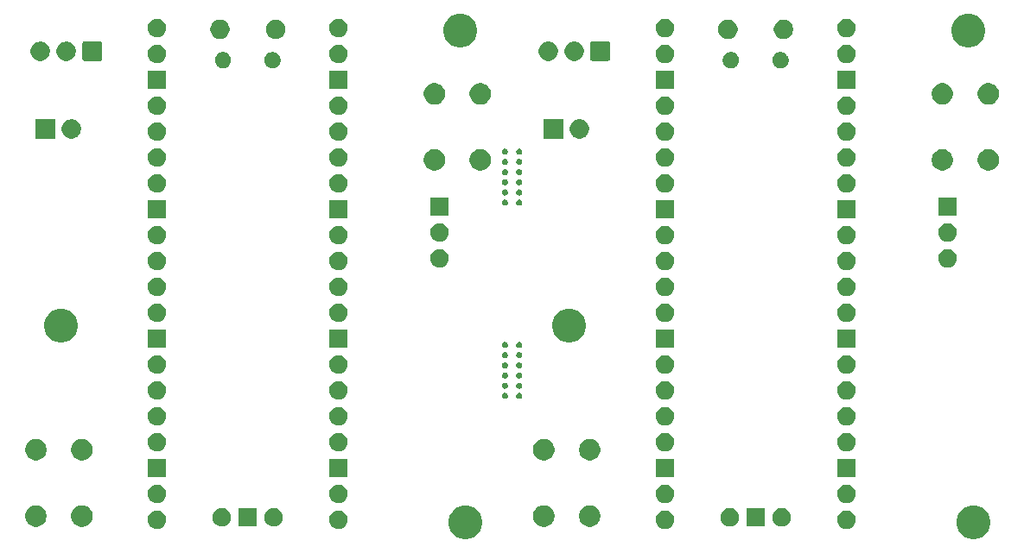
<source format=gbs>
G04 #@! TF.GenerationSoftware,KiCad,Pcbnew,5.1.5+dfsg1-2build2*
G04 #@! TF.CreationDate,2022-06-18T16:31:26+03:00*
G04 #@! TF.ProjectId,pico-panel,7069636f-2d70-4616-9e65-6c2e6b696361,rev?*
G04 #@! TF.SameCoordinates,Original*
G04 #@! TF.FileFunction,Soldermask,Bot*
G04 #@! TF.FilePolarity,Negative*
%FSLAX46Y46*%
G04 Gerber Fmt 4.6, Leading zero omitted, Abs format (unit mm)*
G04 Created by KiCad (PCBNEW 5.1.5+dfsg1-2build2) date 2022-06-18 16:31:26*
%MOMM*%
%LPD*%
G04 APERTURE LIST*
%ADD10C,0.150000*%
G04 APERTURE END LIST*
D10*
G36*
X109843258Y-66225298D02*
G01*
X109949581Y-66246447D01*
X110250044Y-66370903D01*
X110520453Y-66551585D01*
X110750417Y-66781549D01*
X110931099Y-67051958D01*
X111044411Y-67325516D01*
X111055555Y-67352422D01*
X111119002Y-67671389D01*
X111119002Y-67996611D01*
X111108411Y-68049853D01*
X111055555Y-68315579D01*
X110931099Y-68616042D01*
X110750417Y-68886451D01*
X110520453Y-69116415D01*
X110250044Y-69297097D01*
X109949581Y-69421553D01*
X109843258Y-69442702D01*
X109630613Y-69485000D01*
X109305391Y-69485000D01*
X109092746Y-69442702D01*
X108986423Y-69421553D01*
X108685960Y-69297097D01*
X108415551Y-69116415D01*
X108185587Y-68886451D01*
X108004905Y-68616042D01*
X107880449Y-68315579D01*
X107827593Y-68049853D01*
X107817002Y-67996611D01*
X107817002Y-67671389D01*
X107880449Y-67352422D01*
X107891594Y-67325516D01*
X108004905Y-67051958D01*
X108185587Y-66781549D01*
X108415551Y-66551585D01*
X108685960Y-66370903D01*
X108986423Y-66246447D01*
X109092746Y-66225298D01*
X109305391Y-66183000D01*
X109630613Y-66183000D01*
X109843258Y-66225298D01*
G37*
G36*
X60075256Y-66225298D02*
G01*
X60181579Y-66246447D01*
X60482042Y-66370903D01*
X60752451Y-66551585D01*
X60982415Y-66781549D01*
X61163097Y-67051958D01*
X61276409Y-67325516D01*
X61287553Y-67352422D01*
X61351000Y-67671389D01*
X61351000Y-67996611D01*
X61340409Y-68049853D01*
X61287553Y-68315579D01*
X61163097Y-68616042D01*
X60982415Y-68886451D01*
X60752451Y-69116415D01*
X60482042Y-69297097D01*
X60181579Y-69421553D01*
X60075256Y-69442702D01*
X59862611Y-69485000D01*
X59537389Y-69485000D01*
X59324744Y-69442702D01*
X59218421Y-69421553D01*
X58917958Y-69297097D01*
X58647549Y-69116415D01*
X58417585Y-68886451D01*
X58236903Y-68616042D01*
X58112447Y-68315579D01*
X58059591Y-68049853D01*
X58049000Y-67996611D01*
X58049000Y-67671389D01*
X58112447Y-67352422D01*
X58123592Y-67325516D01*
X58236903Y-67051958D01*
X58417585Y-66781549D01*
X58647549Y-66551585D01*
X58917958Y-66370903D01*
X59218421Y-66246447D01*
X59324744Y-66225298D01*
X59537389Y-66183000D01*
X59862611Y-66183000D01*
X60075256Y-66225298D01*
G37*
G36*
X79355514Y-66683927D02*
G01*
X79504814Y-66713624D01*
X79668786Y-66781544D01*
X79816356Y-66880147D01*
X79941855Y-67005646D01*
X80040458Y-67153216D01*
X80108378Y-67317188D01*
X80143002Y-67491259D01*
X80143002Y-67668741D01*
X80108378Y-67842812D01*
X80040458Y-68006784D01*
X79941855Y-68154354D01*
X79816356Y-68279853D01*
X79668786Y-68378456D01*
X79504814Y-68446376D01*
X79355514Y-68476073D01*
X79330744Y-68481000D01*
X79153260Y-68481000D01*
X79128490Y-68476073D01*
X78979190Y-68446376D01*
X78815218Y-68378456D01*
X78667648Y-68279853D01*
X78542149Y-68154354D01*
X78443546Y-68006784D01*
X78375626Y-67842812D01*
X78341002Y-67668741D01*
X78341002Y-67491259D01*
X78375626Y-67317188D01*
X78443546Y-67153216D01*
X78542149Y-67005646D01*
X78667648Y-66880147D01*
X78815218Y-66781544D01*
X78979190Y-66713624D01*
X79128490Y-66683927D01*
X79153260Y-66679000D01*
X79330744Y-66679000D01*
X79355514Y-66683927D01*
G37*
G36*
X29587512Y-66683927D02*
G01*
X29736812Y-66713624D01*
X29900784Y-66781544D01*
X30048354Y-66880147D01*
X30173853Y-67005646D01*
X30272456Y-67153216D01*
X30340376Y-67317188D01*
X30375000Y-67491259D01*
X30375000Y-67668741D01*
X30340376Y-67842812D01*
X30272456Y-68006784D01*
X30173853Y-68154354D01*
X30048354Y-68279853D01*
X29900784Y-68378456D01*
X29736812Y-68446376D01*
X29587512Y-68476073D01*
X29562742Y-68481000D01*
X29385258Y-68481000D01*
X29360488Y-68476073D01*
X29211188Y-68446376D01*
X29047216Y-68378456D01*
X28899646Y-68279853D01*
X28774147Y-68154354D01*
X28675544Y-68006784D01*
X28607624Y-67842812D01*
X28573000Y-67668741D01*
X28573000Y-67491259D01*
X28607624Y-67317188D01*
X28675544Y-67153216D01*
X28774147Y-67005646D01*
X28899646Y-66880147D01*
X29047216Y-66781544D01*
X29211188Y-66713624D01*
X29360488Y-66683927D01*
X29385258Y-66679000D01*
X29562742Y-66679000D01*
X29587512Y-66683927D01*
G37*
G36*
X97135514Y-66683927D02*
G01*
X97284814Y-66713624D01*
X97448786Y-66781544D01*
X97596356Y-66880147D01*
X97721855Y-67005646D01*
X97820458Y-67153216D01*
X97888378Y-67317188D01*
X97923002Y-67491259D01*
X97923002Y-67668741D01*
X97888378Y-67842812D01*
X97820458Y-68006784D01*
X97721855Y-68154354D01*
X97596356Y-68279853D01*
X97448786Y-68378456D01*
X97284814Y-68446376D01*
X97135514Y-68476073D01*
X97110744Y-68481000D01*
X96933260Y-68481000D01*
X96908490Y-68476073D01*
X96759190Y-68446376D01*
X96595218Y-68378456D01*
X96447648Y-68279853D01*
X96322149Y-68154354D01*
X96223546Y-68006784D01*
X96155626Y-67842812D01*
X96121002Y-67668741D01*
X96121002Y-67491259D01*
X96155626Y-67317188D01*
X96223546Y-67153216D01*
X96322149Y-67005646D01*
X96447648Y-66880147D01*
X96595218Y-66781544D01*
X96759190Y-66713624D01*
X96908490Y-66683927D01*
X96933260Y-66679000D01*
X97110744Y-66679000D01*
X97135514Y-66683927D01*
G37*
G36*
X47367512Y-66683927D02*
G01*
X47516812Y-66713624D01*
X47680784Y-66781544D01*
X47828354Y-66880147D01*
X47953853Y-67005646D01*
X48052456Y-67153216D01*
X48120376Y-67317188D01*
X48155000Y-67491259D01*
X48155000Y-67668741D01*
X48120376Y-67842812D01*
X48052456Y-68006784D01*
X47953853Y-68154354D01*
X47828354Y-68279853D01*
X47680784Y-68378456D01*
X47516812Y-68446376D01*
X47367512Y-68476073D01*
X47342742Y-68481000D01*
X47165258Y-68481000D01*
X47140488Y-68476073D01*
X46991188Y-68446376D01*
X46827216Y-68378456D01*
X46679646Y-68279853D01*
X46554147Y-68154354D01*
X46455544Y-68006784D01*
X46387624Y-67842812D01*
X46353000Y-67668741D01*
X46353000Y-67491259D01*
X46387624Y-67317188D01*
X46455544Y-67153216D01*
X46554147Y-67005646D01*
X46679646Y-66880147D01*
X46827216Y-66781544D01*
X46991188Y-66713624D01*
X47140488Y-66683927D01*
X47165258Y-66679000D01*
X47342742Y-66679000D01*
X47367512Y-66683927D01*
G37*
G36*
X22414564Y-66211389D02*
G01*
X22605833Y-66290615D01*
X22605835Y-66290616D01*
X22777973Y-66405635D01*
X22924365Y-66552027D01*
X23032341Y-66713624D01*
X23039385Y-66724167D01*
X23118611Y-66915436D01*
X23159000Y-67118484D01*
X23159000Y-67325516D01*
X23118611Y-67528564D01*
X23059451Y-67671389D01*
X23039384Y-67719835D01*
X22924365Y-67891973D01*
X22777973Y-68038365D01*
X22605835Y-68153384D01*
X22605834Y-68153385D01*
X22605833Y-68153385D01*
X22414564Y-68232611D01*
X22211516Y-68273000D01*
X22004484Y-68273000D01*
X21801436Y-68232611D01*
X21610167Y-68153385D01*
X21610166Y-68153385D01*
X21610165Y-68153384D01*
X21438027Y-68038365D01*
X21291635Y-67891973D01*
X21176616Y-67719835D01*
X21156549Y-67671389D01*
X21097389Y-67528564D01*
X21057000Y-67325516D01*
X21057000Y-67118484D01*
X21097389Y-66915436D01*
X21176615Y-66724167D01*
X21183660Y-66713624D01*
X21291635Y-66552027D01*
X21438027Y-66405635D01*
X21610165Y-66290616D01*
X21610167Y-66290615D01*
X21801436Y-66211389D01*
X22004484Y-66171000D01*
X22211516Y-66171000D01*
X22414564Y-66211389D01*
G37*
G36*
X17914564Y-66211389D02*
G01*
X18105833Y-66290615D01*
X18105835Y-66290616D01*
X18277973Y-66405635D01*
X18424365Y-66552027D01*
X18532341Y-66713624D01*
X18539385Y-66724167D01*
X18618611Y-66915436D01*
X18659000Y-67118484D01*
X18659000Y-67325516D01*
X18618611Y-67528564D01*
X18559451Y-67671389D01*
X18539384Y-67719835D01*
X18424365Y-67891973D01*
X18277973Y-68038365D01*
X18105835Y-68153384D01*
X18105834Y-68153385D01*
X18105833Y-68153385D01*
X17914564Y-68232611D01*
X17711516Y-68273000D01*
X17504484Y-68273000D01*
X17301436Y-68232611D01*
X17110167Y-68153385D01*
X17110166Y-68153385D01*
X17110165Y-68153384D01*
X16938027Y-68038365D01*
X16791635Y-67891973D01*
X16676616Y-67719835D01*
X16656549Y-67671389D01*
X16597389Y-67528564D01*
X16557000Y-67325516D01*
X16557000Y-67118484D01*
X16597389Y-66915436D01*
X16676615Y-66724167D01*
X16683660Y-66713624D01*
X16791635Y-66552027D01*
X16938027Y-66405635D01*
X17110165Y-66290616D01*
X17110167Y-66290615D01*
X17301436Y-66211389D01*
X17504484Y-66171000D01*
X17711516Y-66171000D01*
X17914564Y-66211389D01*
G37*
G36*
X72182566Y-66211389D02*
G01*
X72373835Y-66290615D01*
X72373837Y-66290616D01*
X72545975Y-66405635D01*
X72692367Y-66552027D01*
X72800343Y-66713624D01*
X72807387Y-66724167D01*
X72886613Y-66915436D01*
X72927002Y-67118484D01*
X72927002Y-67325516D01*
X72886613Y-67528564D01*
X72827453Y-67671389D01*
X72807386Y-67719835D01*
X72692367Y-67891973D01*
X72545975Y-68038365D01*
X72373837Y-68153384D01*
X72373836Y-68153385D01*
X72373835Y-68153385D01*
X72182566Y-68232611D01*
X71979518Y-68273000D01*
X71772486Y-68273000D01*
X71569438Y-68232611D01*
X71378169Y-68153385D01*
X71378168Y-68153385D01*
X71378167Y-68153384D01*
X71206029Y-68038365D01*
X71059637Y-67891973D01*
X70944618Y-67719835D01*
X70924551Y-67671389D01*
X70865391Y-67528564D01*
X70825002Y-67325516D01*
X70825002Y-67118484D01*
X70865391Y-66915436D01*
X70944617Y-66724167D01*
X70951662Y-66713624D01*
X71059637Y-66552027D01*
X71206029Y-66405635D01*
X71378167Y-66290616D01*
X71378169Y-66290615D01*
X71569438Y-66211389D01*
X71772486Y-66171000D01*
X71979518Y-66171000D01*
X72182566Y-66211389D01*
G37*
G36*
X67682566Y-66211389D02*
G01*
X67873835Y-66290615D01*
X67873837Y-66290616D01*
X68045975Y-66405635D01*
X68192367Y-66552027D01*
X68300343Y-66713624D01*
X68307387Y-66724167D01*
X68386613Y-66915436D01*
X68427002Y-67118484D01*
X68427002Y-67325516D01*
X68386613Y-67528564D01*
X68327453Y-67671389D01*
X68307386Y-67719835D01*
X68192367Y-67891973D01*
X68045975Y-68038365D01*
X67873837Y-68153384D01*
X67873836Y-68153385D01*
X67873835Y-68153385D01*
X67682566Y-68232611D01*
X67479518Y-68273000D01*
X67272486Y-68273000D01*
X67069438Y-68232611D01*
X66878169Y-68153385D01*
X66878168Y-68153385D01*
X66878167Y-68153384D01*
X66706029Y-68038365D01*
X66559637Y-67891973D01*
X66444618Y-67719835D01*
X66424551Y-67671389D01*
X66365391Y-67528564D01*
X66325002Y-67325516D01*
X66325002Y-67118484D01*
X66365391Y-66915436D01*
X66444617Y-66724167D01*
X66451662Y-66713624D01*
X66559637Y-66552027D01*
X66706029Y-66405635D01*
X66878167Y-66290616D01*
X66878169Y-66290615D01*
X67069438Y-66211389D01*
X67272486Y-66171000D01*
X67479518Y-66171000D01*
X67682566Y-66211389D01*
G37*
G36*
X90785514Y-66453927D02*
G01*
X90934814Y-66483624D01*
X91098786Y-66551544D01*
X91246356Y-66650147D01*
X91371855Y-66775646D01*
X91470458Y-66923216D01*
X91538378Y-67087188D01*
X91573002Y-67261259D01*
X91573002Y-67438741D01*
X91538378Y-67612812D01*
X91470458Y-67776784D01*
X91371855Y-67924354D01*
X91246356Y-68049853D01*
X91098786Y-68148456D01*
X90934814Y-68216376D01*
X90785514Y-68246073D01*
X90760744Y-68251000D01*
X90583260Y-68251000D01*
X90558490Y-68246073D01*
X90409190Y-68216376D01*
X90245218Y-68148456D01*
X90097648Y-68049853D01*
X89972149Y-67924354D01*
X89873546Y-67776784D01*
X89805626Y-67612812D01*
X89771002Y-67438741D01*
X89771002Y-67261259D01*
X89805626Y-67087188D01*
X89873546Y-66923216D01*
X89972149Y-66775646D01*
X90097648Y-66650147D01*
X90245218Y-66551544D01*
X90409190Y-66483624D01*
X90558490Y-66453927D01*
X90583260Y-66449000D01*
X90760744Y-66449000D01*
X90785514Y-66453927D01*
G37*
G36*
X85705514Y-66453927D02*
G01*
X85854814Y-66483624D01*
X86018786Y-66551544D01*
X86166356Y-66650147D01*
X86291855Y-66775646D01*
X86390458Y-66923216D01*
X86458378Y-67087188D01*
X86493002Y-67261259D01*
X86493002Y-67438741D01*
X86458378Y-67612812D01*
X86390458Y-67776784D01*
X86291855Y-67924354D01*
X86166356Y-68049853D01*
X86018786Y-68148456D01*
X85854814Y-68216376D01*
X85705514Y-68246073D01*
X85680744Y-68251000D01*
X85503260Y-68251000D01*
X85478490Y-68246073D01*
X85329190Y-68216376D01*
X85165218Y-68148456D01*
X85017648Y-68049853D01*
X84892149Y-67924354D01*
X84793546Y-67776784D01*
X84725626Y-67612812D01*
X84691002Y-67438741D01*
X84691002Y-67261259D01*
X84725626Y-67087188D01*
X84793546Y-66923216D01*
X84892149Y-66775646D01*
X85017648Y-66650147D01*
X85165218Y-66551544D01*
X85329190Y-66483624D01*
X85478490Y-66453927D01*
X85503260Y-66449000D01*
X85680744Y-66449000D01*
X85705514Y-66453927D01*
G37*
G36*
X89033002Y-68251000D02*
G01*
X87231002Y-68251000D01*
X87231002Y-66449000D01*
X89033002Y-66449000D01*
X89033002Y-68251000D01*
G37*
G36*
X35937512Y-66453927D02*
G01*
X36086812Y-66483624D01*
X36250784Y-66551544D01*
X36398354Y-66650147D01*
X36523853Y-66775646D01*
X36622456Y-66923216D01*
X36690376Y-67087188D01*
X36725000Y-67261259D01*
X36725000Y-67438741D01*
X36690376Y-67612812D01*
X36622456Y-67776784D01*
X36523853Y-67924354D01*
X36398354Y-68049853D01*
X36250784Y-68148456D01*
X36086812Y-68216376D01*
X35937512Y-68246073D01*
X35912742Y-68251000D01*
X35735258Y-68251000D01*
X35710488Y-68246073D01*
X35561188Y-68216376D01*
X35397216Y-68148456D01*
X35249646Y-68049853D01*
X35124147Y-67924354D01*
X35025544Y-67776784D01*
X34957624Y-67612812D01*
X34923000Y-67438741D01*
X34923000Y-67261259D01*
X34957624Y-67087188D01*
X35025544Y-66923216D01*
X35124147Y-66775646D01*
X35249646Y-66650147D01*
X35397216Y-66551544D01*
X35561188Y-66483624D01*
X35710488Y-66453927D01*
X35735258Y-66449000D01*
X35912742Y-66449000D01*
X35937512Y-66453927D01*
G37*
G36*
X39265000Y-68251000D02*
G01*
X37463000Y-68251000D01*
X37463000Y-66449000D01*
X39265000Y-66449000D01*
X39265000Y-68251000D01*
G37*
G36*
X41017512Y-66453927D02*
G01*
X41166812Y-66483624D01*
X41330784Y-66551544D01*
X41478354Y-66650147D01*
X41603853Y-66775646D01*
X41702456Y-66923216D01*
X41770376Y-67087188D01*
X41805000Y-67261259D01*
X41805000Y-67438741D01*
X41770376Y-67612812D01*
X41702456Y-67776784D01*
X41603853Y-67924354D01*
X41478354Y-68049853D01*
X41330784Y-68148456D01*
X41166812Y-68216376D01*
X41017512Y-68246073D01*
X40992742Y-68251000D01*
X40815258Y-68251000D01*
X40790488Y-68246073D01*
X40641188Y-68216376D01*
X40477216Y-68148456D01*
X40329646Y-68049853D01*
X40204147Y-67924354D01*
X40105544Y-67776784D01*
X40037624Y-67612812D01*
X40003000Y-67438741D01*
X40003000Y-67261259D01*
X40037624Y-67087188D01*
X40105544Y-66923216D01*
X40204147Y-66775646D01*
X40329646Y-66650147D01*
X40477216Y-66551544D01*
X40641188Y-66483624D01*
X40790488Y-66453927D01*
X40815258Y-66449000D01*
X40992742Y-66449000D01*
X41017512Y-66453927D01*
G37*
G36*
X97135514Y-64143927D02*
G01*
X97284814Y-64173624D01*
X97448786Y-64241544D01*
X97596356Y-64340147D01*
X97721855Y-64465646D01*
X97820458Y-64613216D01*
X97888378Y-64777188D01*
X97923002Y-64951259D01*
X97923002Y-65128741D01*
X97888378Y-65302812D01*
X97820458Y-65466784D01*
X97721855Y-65614354D01*
X97596356Y-65739853D01*
X97448786Y-65838456D01*
X97284814Y-65906376D01*
X97135514Y-65936073D01*
X97110744Y-65941000D01*
X96933260Y-65941000D01*
X96908490Y-65936073D01*
X96759190Y-65906376D01*
X96595218Y-65838456D01*
X96447648Y-65739853D01*
X96322149Y-65614354D01*
X96223546Y-65466784D01*
X96155626Y-65302812D01*
X96121002Y-65128741D01*
X96121002Y-64951259D01*
X96155626Y-64777188D01*
X96223546Y-64613216D01*
X96322149Y-64465646D01*
X96447648Y-64340147D01*
X96595218Y-64241544D01*
X96759190Y-64173624D01*
X96908490Y-64143927D01*
X96933260Y-64139000D01*
X97110744Y-64139000D01*
X97135514Y-64143927D01*
G37*
G36*
X79355514Y-64143927D02*
G01*
X79504814Y-64173624D01*
X79668786Y-64241544D01*
X79816356Y-64340147D01*
X79941855Y-64465646D01*
X80040458Y-64613216D01*
X80108378Y-64777188D01*
X80143002Y-64951259D01*
X80143002Y-65128741D01*
X80108378Y-65302812D01*
X80040458Y-65466784D01*
X79941855Y-65614354D01*
X79816356Y-65739853D01*
X79668786Y-65838456D01*
X79504814Y-65906376D01*
X79355514Y-65936073D01*
X79330744Y-65941000D01*
X79153260Y-65941000D01*
X79128490Y-65936073D01*
X78979190Y-65906376D01*
X78815218Y-65838456D01*
X78667648Y-65739853D01*
X78542149Y-65614354D01*
X78443546Y-65466784D01*
X78375626Y-65302812D01*
X78341002Y-65128741D01*
X78341002Y-64951259D01*
X78375626Y-64777188D01*
X78443546Y-64613216D01*
X78542149Y-64465646D01*
X78667648Y-64340147D01*
X78815218Y-64241544D01*
X78979190Y-64173624D01*
X79128490Y-64143927D01*
X79153260Y-64139000D01*
X79330744Y-64139000D01*
X79355514Y-64143927D01*
G37*
G36*
X47367512Y-64143927D02*
G01*
X47516812Y-64173624D01*
X47680784Y-64241544D01*
X47828354Y-64340147D01*
X47953853Y-64465646D01*
X48052456Y-64613216D01*
X48120376Y-64777188D01*
X48155000Y-64951259D01*
X48155000Y-65128741D01*
X48120376Y-65302812D01*
X48052456Y-65466784D01*
X47953853Y-65614354D01*
X47828354Y-65739853D01*
X47680784Y-65838456D01*
X47516812Y-65906376D01*
X47367512Y-65936073D01*
X47342742Y-65941000D01*
X47165258Y-65941000D01*
X47140488Y-65936073D01*
X46991188Y-65906376D01*
X46827216Y-65838456D01*
X46679646Y-65739853D01*
X46554147Y-65614354D01*
X46455544Y-65466784D01*
X46387624Y-65302812D01*
X46353000Y-65128741D01*
X46353000Y-64951259D01*
X46387624Y-64777188D01*
X46455544Y-64613216D01*
X46554147Y-64465646D01*
X46679646Y-64340147D01*
X46827216Y-64241544D01*
X46991188Y-64173624D01*
X47140488Y-64143927D01*
X47165258Y-64139000D01*
X47342742Y-64139000D01*
X47367512Y-64143927D01*
G37*
G36*
X29587512Y-64143927D02*
G01*
X29736812Y-64173624D01*
X29900784Y-64241544D01*
X30048354Y-64340147D01*
X30173853Y-64465646D01*
X30272456Y-64613216D01*
X30340376Y-64777188D01*
X30375000Y-64951259D01*
X30375000Y-65128741D01*
X30340376Y-65302812D01*
X30272456Y-65466784D01*
X30173853Y-65614354D01*
X30048354Y-65739853D01*
X29900784Y-65838456D01*
X29736812Y-65906376D01*
X29587512Y-65936073D01*
X29562742Y-65941000D01*
X29385258Y-65941000D01*
X29360488Y-65936073D01*
X29211188Y-65906376D01*
X29047216Y-65838456D01*
X28899646Y-65739853D01*
X28774147Y-65614354D01*
X28675544Y-65466784D01*
X28607624Y-65302812D01*
X28573000Y-65128741D01*
X28573000Y-64951259D01*
X28607624Y-64777188D01*
X28675544Y-64613216D01*
X28774147Y-64465646D01*
X28899646Y-64340147D01*
X29047216Y-64241544D01*
X29211188Y-64173624D01*
X29360488Y-64143927D01*
X29385258Y-64139000D01*
X29562742Y-64139000D01*
X29587512Y-64143927D01*
G37*
G36*
X48155000Y-63401000D02*
G01*
X46353000Y-63401000D01*
X46353000Y-61599000D01*
X48155000Y-61599000D01*
X48155000Y-63401000D01*
G37*
G36*
X80143002Y-63401000D02*
G01*
X78341002Y-63401000D01*
X78341002Y-61599000D01*
X80143002Y-61599000D01*
X80143002Y-63401000D01*
G37*
G36*
X30375000Y-63401000D02*
G01*
X28573000Y-63401000D01*
X28573000Y-61599000D01*
X30375000Y-61599000D01*
X30375000Y-63401000D01*
G37*
G36*
X97923002Y-63401000D02*
G01*
X96121002Y-63401000D01*
X96121002Y-61599000D01*
X97923002Y-61599000D01*
X97923002Y-63401000D01*
G37*
G36*
X72182566Y-59711389D02*
G01*
X72373835Y-59790615D01*
X72373837Y-59790616D01*
X72494526Y-59871258D01*
X72545975Y-59905635D01*
X72692367Y-60052027D01*
X72807387Y-60224167D01*
X72886613Y-60415436D01*
X72927002Y-60618484D01*
X72927002Y-60825516D01*
X72886613Y-61028564D01*
X72807387Y-61219833D01*
X72807386Y-61219835D01*
X72692367Y-61391973D01*
X72545975Y-61538365D01*
X72373837Y-61653384D01*
X72373836Y-61653385D01*
X72373835Y-61653385D01*
X72182566Y-61732611D01*
X71979518Y-61773000D01*
X71772486Y-61773000D01*
X71569438Y-61732611D01*
X71378169Y-61653385D01*
X71378168Y-61653385D01*
X71378167Y-61653384D01*
X71206029Y-61538365D01*
X71059637Y-61391973D01*
X70944618Y-61219835D01*
X70944617Y-61219833D01*
X70865391Y-61028564D01*
X70825002Y-60825516D01*
X70825002Y-60618484D01*
X70865391Y-60415436D01*
X70944617Y-60224167D01*
X71059637Y-60052027D01*
X71206029Y-59905635D01*
X71257478Y-59871258D01*
X71378167Y-59790616D01*
X71378169Y-59790615D01*
X71569438Y-59711389D01*
X71772486Y-59671000D01*
X71979518Y-59671000D01*
X72182566Y-59711389D01*
G37*
G36*
X67682566Y-59711389D02*
G01*
X67873835Y-59790615D01*
X67873837Y-59790616D01*
X67994526Y-59871258D01*
X68045975Y-59905635D01*
X68192367Y-60052027D01*
X68307387Y-60224167D01*
X68386613Y-60415436D01*
X68427002Y-60618484D01*
X68427002Y-60825516D01*
X68386613Y-61028564D01*
X68307387Y-61219833D01*
X68307386Y-61219835D01*
X68192367Y-61391973D01*
X68045975Y-61538365D01*
X67873837Y-61653384D01*
X67873836Y-61653385D01*
X67873835Y-61653385D01*
X67682566Y-61732611D01*
X67479518Y-61773000D01*
X67272486Y-61773000D01*
X67069438Y-61732611D01*
X66878169Y-61653385D01*
X66878168Y-61653385D01*
X66878167Y-61653384D01*
X66706029Y-61538365D01*
X66559637Y-61391973D01*
X66444618Y-61219835D01*
X66444617Y-61219833D01*
X66365391Y-61028564D01*
X66325002Y-60825516D01*
X66325002Y-60618484D01*
X66365391Y-60415436D01*
X66444617Y-60224167D01*
X66559637Y-60052027D01*
X66706029Y-59905635D01*
X66757478Y-59871258D01*
X66878167Y-59790616D01*
X66878169Y-59790615D01*
X67069438Y-59711389D01*
X67272486Y-59671000D01*
X67479518Y-59671000D01*
X67682566Y-59711389D01*
G37*
G36*
X17914564Y-59711389D02*
G01*
X18105833Y-59790615D01*
X18105835Y-59790616D01*
X18226524Y-59871258D01*
X18277973Y-59905635D01*
X18424365Y-60052027D01*
X18539385Y-60224167D01*
X18618611Y-60415436D01*
X18659000Y-60618484D01*
X18659000Y-60825516D01*
X18618611Y-61028564D01*
X18539385Y-61219833D01*
X18539384Y-61219835D01*
X18424365Y-61391973D01*
X18277973Y-61538365D01*
X18105835Y-61653384D01*
X18105834Y-61653385D01*
X18105833Y-61653385D01*
X17914564Y-61732611D01*
X17711516Y-61773000D01*
X17504484Y-61773000D01*
X17301436Y-61732611D01*
X17110167Y-61653385D01*
X17110166Y-61653385D01*
X17110165Y-61653384D01*
X16938027Y-61538365D01*
X16791635Y-61391973D01*
X16676616Y-61219835D01*
X16676615Y-61219833D01*
X16597389Y-61028564D01*
X16557000Y-60825516D01*
X16557000Y-60618484D01*
X16597389Y-60415436D01*
X16676615Y-60224167D01*
X16791635Y-60052027D01*
X16938027Y-59905635D01*
X16989476Y-59871258D01*
X17110165Y-59790616D01*
X17110167Y-59790615D01*
X17301436Y-59711389D01*
X17504484Y-59671000D01*
X17711516Y-59671000D01*
X17914564Y-59711389D01*
G37*
G36*
X22414564Y-59711389D02*
G01*
X22605833Y-59790615D01*
X22605835Y-59790616D01*
X22726524Y-59871258D01*
X22777973Y-59905635D01*
X22924365Y-60052027D01*
X23039385Y-60224167D01*
X23118611Y-60415436D01*
X23159000Y-60618484D01*
X23159000Y-60825516D01*
X23118611Y-61028564D01*
X23039385Y-61219833D01*
X23039384Y-61219835D01*
X22924365Y-61391973D01*
X22777973Y-61538365D01*
X22605835Y-61653384D01*
X22605834Y-61653385D01*
X22605833Y-61653385D01*
X22414564Y-61732611D01*
X22211516Y-61773000D01*
X22004484Y-61773000D01*
X21801436Y-61732611D01*
X21610167Y-61653385D01*
X21610166Y-61653385D01*
X21610165Y-61653384D01*
X21438027Y-61538365D01*
X21291635Y-61391973D01*
X21176616Y-61219835D01*
X21176615Y-61219833D01*
X21097389Y-61028564D01*
X21057000Y-60825516D01*
X21057000Y-60618484D01*
X21097389Y-60415436D01*
X21176615Y-60224167D01*
X21291635Y-60052027D01*
X21438027Y-59905635D01*
X21489476Y-59871258D01*
X21610165Y-59790616D01*
X21610167Y-59790615D01*
X21801436Y-59711389D01*
X22004484Y-59671000D01*
X22211516Y-59671000D01*
X22414564Y-59711389D01*
G37*
G36*
X47367512Y-59063927D02*
G01*
X47516812Y-59093624D01*
X47680784Y-59161544D01*
X47828354Y-59260147D01*
X47953853Y-59385646D01*
X48052456Y-59533216D01*
X48120376Y-59697188D01*
X48150073Y-59846488D01*
X48155000Y-59871258D01*
X48155000Y-60048742D01*
X48150073Y-60073512D01*
X48120376Y-60222812D01*
X48052456Y-60386784D01*
X47953853Y-60534354D01*
X47828354Y-60659853D01*
X47680784Y-60758456D01*
X47516812Y-60826376D01*
X47367512Y-60856073D01*
X47342742Y-60861000D01*
X47165258Y-60861000D01*
X47140488Y-60856073D01*
X46991188Y-60826376D01*
X46827216Y-60758456D01*
X46679646Y-60659853D01*
X46554147Y-60534354D01*
X46455544Y-60386784D01*
X46387624Y-60222812D01*
X46357927Y-60073512D01*
X46353000Y-60048742D01*
X46353000Y-59871258D01*
X46357927Y-59846488D01*
X46387624Y-59697188D01*
X46455544Y-59533216D01*
X46554147Y-59385646D01*
X46679646Y-59260147D01*
X46827216Y-59161544D01*
X46991188Y-59093624D01*
X47140488Y-59063927D01*
X47165258Y-59059000D01*
X47342742Y-59059000D01*
X47367512Y-59063927D01*
G37*
G36*
X97135514Y-59063927D02*
G01*
X97284814Y-59093624D01*
X97448786Y-59161544D01*
X97596356Y-59260147D01*
X97721855Y-59385646D01*
X97820458Y-59533216D01*
X97888378Y-59697188D01*
X97918075Y-59846488D01*
X97923002Y-59871258D01*
X97923002Y-60048742D01*
X97918075Y-60073512D01*
X97888378Y-60222812D01*
X97820458Y-60386784D01*
X97721855Y-60534354D01*
X97596356Y-60659853D01*
X97448786Y-60758456D01*
X97284814Y-60826376D01*
X97135514Y-60856073D01*
X97110744Y-60861000D01*
X96933260Y-60861000D01*
X96908490Y-60856073D01*
X96759190Y-60826376D01*
X96595218Y-60758456D01*
X96447648Y-60659853D01*
X96322149Y-60534354D01*
X96223546Y-60386784D01*
X96155626Y-60222812D01*
X96125929Y-60073512D01*
X96121002Y-60048742D01*
X96121002Y-59871258D01*
X96125929Y-59846488D01*
X96155626Y-59697188D01*
X96223546Y-59533216D01*
X96322149Y-59385646D01*
X96447648Y-59260147D01*
X96595218Y-59161544D01*
X96759190Y-59093624D01*
X96908490Y-59063927D01*
X96933260Y-59059000D01*
X97110744Y-59059000D01*
X97135514Y-59063927D01*
G37*
G36*
X79355514Y-59063927D02*
G01*
X79504814Y-59093624D01*
X79668786Y-59161544D01*
X79816356Y-59260147D01*
X79941855Y-59385646D01*
X80040458Y-59533216D01*
X80108378Y-59697188D01*
X80138075Y-59846488D01*
X80143002Y-59871258D01*
X80143002Y-60048742D01*
X80138075Y-60073512D01*
X80108378Y-60222812D01*
X80040458Y-60386784D01*
X79941855Y-60534354D01*
X79816356Y-60659853D01*
X79668786Y-60758456D01*
X79504814Y-60826376D01*
X79355514Y-60856073D01*
X79330744Y-60861000D01*
X79153260Y-60861000D01*
X79128490Y-60856073D01*
X78979190Y-60826376D01*
X78815218Y-60758456D01*
X78667648Y-60659853D01*
X78542149Y-60534354D01*
X78443546Y-60386784D01*
X78375626Y-60222812D01*
X78345929Y-60073512D01*
X78341002Y-60048742D01*
X78341002Y-59871258D01*
X78345929Y-59846488D01*
X78375626Y-59697188D01*
X78443546Y-59533216D01*
X78542149Y-59385646D01*
X78667648Y-59260147D01*
X78815218Y-59161544D01*
X78979190Y-59093624D01*
X79128490Y-59063927D01*
X79153260Y-59059000D01*
X79330744Y-59059000D01*
X79355514Y-59063927D01*
G37*
G36*
X29587512Y-59063927D02*
G01*
X29736812Y-59093624D01*
X29900784Y-59161544D01*
X30048354Y-59260147D01*
X30173853Y-59385646D01*
X30272456Y-59533216D01*
X30340376Y-59697188D01*
X30370073Y-59846488D01*
X30375000Y-59871258D01*
X30375000Y-60048742D01*
X30370073Y-60073512D01*
X30340376Y-60222812D01*
X30272456Y-60386784D01*
X30173853Y-60534354D01*
X30048354Y-60659853D01*
X29900784Y-60758456D01*
X29736812Y-60826376D01*
X29587512Y-60856073D01*
X29562742Y-60861000D01*
X29385258Y-60861000D01*
X29360488Y-60856073D01*
X29211188Y-60826376D01*
X29047216Y-60758456D01*
X28899646Y-60659853D01*
X28774147Y-60534354D01*
X28675544Y-60386784D01*
X28607624Y-60222812D01*
X28577927Y-60073512D01*
X28573000Y-60048742D01*
X28573000Y-59871258D01*
X28577927Y-59846488D01*
X28607624Y-59697188D01*
X28675544Y-59533216D01*
X28774147Y-59385646D01*
X28899646Y-59260147D01*
X29047216Y-59161544D01*
X29211188Y-59093624D01*
X29360488Y-59063927D01*
X29385258Y-59059000D01*
X29562742Y-59059000D01*
X29587512Y-59063927D01*
G37*
G36*
X29587512Y-56523927D02*
G01*
X29736812Y-56553624D01*
X29900784Y-56621544D01*
X30048354Y-56720147D01*
X30173853Y-56845646D01*
X30272456Y-56993216D01*
X30340376Y-57157188D01*
X30375000Y-57331259D01*
X30375000Y-57508741D01*
X30340376Y-57682812D01*
X30272456Y-57846784D01*
X30173853Y-57994354D01*
X30048354Y-58119853D01*
X29900784Y-58218456D01*
X29736812Y-58286376D01*
X29587512Y-58316073D01*
X29562742Y-58321000D01*
X29385258Y-58321000D01*
X29360488Y-58316073D01*
X29211188Y-58286376D01*
X29047216Y-58218456D01*
X28899646Y-58119853D01*
X28774147Y-57994354D01*
X28675544Y-57846784D01*
X28607624Y-57682812D01*
X28573000Y-57508741D01*
X28573000Y-57331259D01*
X28607624Y-57157188D01*
X28675544Y-56993216D01*
X28774147Y-56845646D01*
X28899646Y-56720147D01*
X29047216Y-56621544D01*
X29211188Y-56553624D01*
X29360488Y-56523927D01*
X29385258Y-56519000D01*
X29562742Y-56519000D01*
X29587512Y-56523927D01*
G37*
G36*
X97135514Y-56523927D02*
G01*
X97284814Y-56553624D01*
X97448786Y-56621544D01*
X97596356Y-56720147D01*
X97721855Y-56845646D01*
X97820458Y-56993216D01*
X97888378Y-57157188D01*
X97923002Y-57331259D01*
X97923002Y-57508741D01*
X97888378Y-57682812D01*
X97820458Y-57846784D01*
X97721855Y-57994354D01*
X97596356Y-58119853D01*
X97448786Y-58218456D01*
X97284814Y-58286376D01*
X97135514Y-58316073D01*
X97110744Y-58321000D01*
X96933260Y-58321000D01*
X96908490Y-58316073D01*
X96759190Y-58286376D01*
X96595218Y-58218456D01*
X96447648Y-58119853D01*
X96322149Y-57994354D01*
X96223546Y-57846784D01*
X96155626Y-57682812D01*
X96121002Y-57508741D01*
X96121002Y-57331259D01*
X96155626Y-57157188D01*
X96223546Y-56993216D01*
X96322149Y-56845646D01*
X96447648Y-56720147D01*
X96595218Y-56621544D01*
X96759190Y-56553624D01*
X96908490Y-56523927D01*
X96933260Y-56519000D01*
X97110744Y-56519000D01*
X97135514Y-56523927D01*
G37*
G36*
X47367512Y-56523927D02*
G01*
X47516812Y-56553624D01*
X47680784Y-56621544D01*
X47828354Y-56720147D01*
X47953853Y-56845646D01*
X48052456Y-56993216D01*
X48120376Y-57157188D01*
X48155000Y-57331259D01*
X48155000Y-57508741D01*
X48120376Y-57682812D01*
X48052456Y-57846784D01*
X47953853Y-57994354D01*
X47828354Y-58119853D01*
X47680784Y-58218456D01*
X47516812Y-58286376D01*
X47367512Y-58316073D01*
X47342742Y-58321000D01*
X47165258Y-58321000D01*
X47140488Y-58316073D01*
X46991188Y-58286376D01*
X46827216Y-58218456D01*
X46679646Y-58119853D01*
X46554147Y-57994354D01*
X46455544Y-57846784D01*
X46387624Y-57682812D01*
X46353000Y-57508741D01*
X46353000Y-57331259D01*
X46387624Y-57157188D01*
X46455544Y-56993216D01*
X46554147Y-56845646D01*
X46679646Y-56720147D01*
X46827216Y-56621544D01*
X46991188Y-56553624D01*
X47140488Y-56523927D01*
X47165258Y-56519000D01*
X47342742Y-56519000D01*
X47367512Y-56523927D01*
G37*
G36*
X79355514Y-56523927D02*
G01*
X79504814Y-56553624D01*
X79668786Y-56621544D01*
X79816356Y-56720147D01*
X79941855Y-56845646D01*
X80040458Y-56993216D01*
X80108378Y-57157188D01*
X80143002Y-57331259D01*
X80143002Y-57508741D01*
X80108378Y-57682812D01*
X80040458Y-57846784D01*
X79941855Y-57994354D01*
X79816356Y-58119853D01*
X79668786Y-58218456D01*
X79504814Y-58286376D01*
X79355514Y-58316073D01*
X79330744Y-58321000D01*
X79153260Y-58321000D01*
X79128490Y-58316073D01*
X78979190Y-58286376D01*
X78815218Y-58218456D01*
X78667648Y-58119853D01*
X78542149Y-57994354D01*
X78443546Y-57846784D01*
X78375626Y-57682812D01*
X78341002Y-57508741D01*
X78341002Y-57331259D01*
X78375626Y-57157188D01*
X78443546Y-56993216D01*
X78542149Y-56845646D01*
X78667648Y-56720147D01*
X78815218Y-56621544D01*
X78979190Y-56553624D01*
X79128490Y-56523927D01*
X79153260Y-56519000D01*
X79330744Y-56519000D01*
X79355514Y-56523927D01*
G37*
G36*
X29587512Y-53983927D02*
G01*
X29736812Y-54013624D01*
X29900784Y-54081544D01*
X30048354Y-54180147D01*
X30173853Y-54305646D01*
X30272456Y-54453216D01*
X30340376Y-54617188D01*
X30375000Y-54791259D01*
X30375000Y-54968741D01*
X30340376Y-55142812D01*
X30272456Y-55306784D01*
X30173853Y-55454354D01*
X30048354Y-55579853D01*
X29900784Y-55678456D01*
X29736812Y-55746376D01*
X29587512Y-55776073D01*
X29562742Y-55781000D01*
X29385258Y-55781000D01*
X29360488Y-55776073D01*
X29211188Y-55746376D01*
X29047216Y-55678456D01*
X28899646Y-55579853D01*
X28774147Y-55454354D01*
X28675544Y-55306784D01*
X28607624Y-55142812D01*
X28573000Y-54968741D01*
X28573000Y-54791259D01*
X28607624Y-54617188D01*
X28675544Y-54453216D01*
X28774147Y-54305646D01*
X28899646Y-54180147D01*
X29047216Y-54081544D01*
X29211188Y-54013624D01*
X29360488Y-53983927D01*
X29385258Y-53979000D01*
X29562742Y-53979000D01*
X29587512Y-53983927D01*
G37*
G36*
X47367512Y-53983927D02*
G01*
X47516812Y-54013624D01*
X47680784Y-54081544D01*
X47828354Y-54180147D01*
X47953853Y-54305646D01*
X48052456Y-54453216D01*
X48120376Y-54617188D01*
X48155000Y-54791259D01*
X48155000Y-54968741D01*
X48120376Y-55142812D01*
X48052456Y-55306784D01*
X47953853Y-55454354D01*
X47828354Y-55579853D01*
X47680784Y-55678456D01*
X47516812Y-55746376D01*
X47367512Y-55776073D01*
X47342742Y-55781000D01*
X47165258Y-55781000D01*
X47140488Y-55776073D01*
X46991188Y-55746376D01*
X46827216Y-55678456D01*
X46679646Y-55579853D01*
X46554147Y-55454354D01*
X46455544Y-55306784D01*
X46387624Y-55142812D01*
X46353000Y-54968741D01*
X46353000Y-54791259D01*
X46387624Y-54617188D01*
X46455544Y-54453216D01*
X46554147Y-54305646D01*
X46679646Y-54180147D01*
X46827216Y-54081544D01*
X46991188Y-54013624D01*
X47140488Y-53983927D01*
X47165258Y-53979000D01*
X47342742Y-53979000D01*
X47367512Y-53983927D01*
G37*
G36*
X79355514Y-53983927D02*
G01*
X79504814Y-54013624D01*
X79668786Y-54081544D01*
X79816356Y-54180147D01*
X79941855Y-54305646D01*
X80040458Y-54453216D01*
X80108378Y-54617188D01*
X80143002Y-54791259D01*
X80143002Y-54968741D01*
X80108378Y-55142812D01*
X80040458Y-55306784D01*
X79941855Y-55454354D01*
X79816356Y-55579853D01*
X79668786Y-55678456D01*
X79504814Y-55746376D01*
X79355514Y-55776073D01*
X79330744Y-55781000D01*
X79153260Y-55781000D01*
X79128490Y-55776073D01*
X78979190Y-55746376D01*
X78815218Y-55678456D01*
X78667648Y-55579853D01*
X78542149Y-55454354D01*
X78443546Y-55306784D01*
X78375626Y-55142812D01*
X78341002Y-54968741D01*
X78341002Y-54791259D01*
X78375626Y-54617188D01*
X78443546Y-54453216D01*
X78542149Y-54305646D01*
X78667648Y-54180147D01*
X78815218Y-54081544D01*
X78979190Y-54013624D01*
X79128490Y-53983927D01*
X79153260Y-53979000D01*
X79330744Y-53979000D01*
X79355514Y-53983927D01*
G37*
G36*
X97135514Y-53983927D02*
G01*
X97284814Y-54013624D01*
X97448786Y-54081544D01*
X97596356Y-54180147D01*
X97721855Y-54305646D01*
X97820458Y-54453216D01*
X97888378Y-54617188D01*
X97923002Y-54791259D01*
X97923002Y-54968741D01*
X97888378Y-55142812D01*
X97820458Y-55306784D01*
X97721855Y-55454354D01*
X97596356Y-55579853D01*
X97448786Y-55678456D01*
X97284814Y-55746376D01*
X97135514Y-55776073D01*
X97110744Y-55781000D01*
X96933260Y-55781000D01*
X96908490Y-55776073D01*
X96759190Y-55746376D01*
X96595218Y-55678456D01*
X96447648Y-55579853D01*
X96322149Y-55454354D01*
X96223546Y-55306784D01*
X96155626Y-55142812D01*
X96121002Y-54968741D01*
X96121002Y-54791259D01*
X96155626Y-54617188D01*
X96223546Y-54453216D01*
X96322149Y-54305646D01*
X96447648Y-54180147D01*
X96595218Y-54081544D01*
X96759190Y-54013624D01*
X96908490Y-53983927D01*
X96933260Y-53979000D01*
X97110744Y-53979000D01*
X97135514Y-53983927D01*
G37*
G36*
X65047797Y-55143900D02*
G01*
X65102575Y-55166590D01*
X65102577Y-55166591D01*
X65151876Y-55199531D01*
X65193802Y-55241457D01*
X65226742Y-55290756D01*
X65226743Y-55290758D01*
X65249433Y-55345536D01*
X65261000Y-55403686D01*
X65261000Y-55462980D01*
X65249433Y-55521130D01*
X65226743Y-55575908D01*
X65226742Y-55575910D01*
X65193802Y-55625209D01*
X65151876Y-55667135D01*
X65102577Y-55700075D01*
X65102576Y-55700076D01*
X65102575Y-55700076D01*
X65047797Y-55722766D01*
X64989647Y-55734333D01*
X64930353Y-55734333D01*
X64872203Y-55722766D01*
X64817425Y-55700076D01*
X64817424Y-55700076D01*
X64817423Y-55700075D01*
X64768124Y-55667135D01*
X64726198Y-55625209D01*
X64693258Y-55575910D01*
X64693257Y-55575908D01*
X64670567Y-55521130D01*
X64659000Y-55462980D01*
X64659000Y-55403686D01*
X64670567Y-55345536D01*
X64693257Y-55290758D01*
X64693258Y-55290756D01*
X64726198Y-55241457D01*
X64768124Y-55199531D01*
X64817423Y-55166591D01*
X64817425Y-55166590D01*
X64872203Y-55143900D01*
X64930353Y-55132333D01*
X64989647Y-55132333D01*
X65047797Y-55143900D01*
G37*
G36*
X63647797Y-55143900D02*
G01*
X63702575Y-55166590D01*
X63702577Y-55166591D01*
X63751876Y-55199531D01*
X63793802Y-55241457D01*
X63826742Y-55290756D01*
X63826743Y-55290758D01*
X63849433Y-55345536D01*
X63861000Y-55403686D01*
X63861000Y-55462980D01*
X63849433Y-55521130D01*
X63826743Y-55575908D01*
X63826742Y-55575910D01*
X63793802Y-55625209D01*
X63751876Y-55667135D01*
X63702577Y-55700075D01*
X63702576Y-55700076D01*
X63702575Y-55700076D01*
X63647797Y-55722766D01*
X63589647Y-55734333D01*
X63530353Y-55734333D01*
X63472203Y-55722766D01*
X63417425Y-55700076D01*
X63417424Y-55700076D01*
X63417423Y-55700075D01*
X63368124Y-55667135D01*
X63326198Y-55625209D01*
X63293258Y-55575910D01*
X63293257Y-55575908D01*
X63270567Y-55521130D01*
X63259000Y-55462980D01*
X63259000Y-55403686D01*
X63270567Y-55345536D01*
X63293257Y-55290758D01*
X63293258Y-55290756D01*
X63326198Y-55241457D01*
X63368124Y-55199531D01*
X63417423Y-55166591D01*
X63417425Y-55166590D01*
X63472203Y-55143900D01*
X63530353Y-55132333D01*
X63589647Y-55132333D01*
X63647797Y-55143900D01*
G37*
G36*
X65047797Y-54143900D02*
G01*
X65102575Y-54166590D01*
X65102577Y-54166591D01*
X65151876Y-54199531D01*
X65193802Y-54241457D01*
X65226742Y-54290756D01*
X65226743Y-54290758D01*
X65249433Y-54345536D01*
X65261000Y-54403686D01*
X65261000Y-54462980D01*
X65249433Y-54521130D01*
X65226743Y-54575908D01*
X65226742Y-54575910D01*
X65193802Y-54625209D01*
X65151876Y-54667135D01*
X65102577Y-54700075D01*
X65102576Y-54700076D01*
X65102575Y-54700076D01*
X65047797Y-54722766D01*
X64989647Y-54734333D01*
X64930353Y-54734333D01*
X64872203Y-54722766D01*
X64817425Y-54700076D01*
X64817424Y-54700076D01*
X64817423Y-54700075D01*
X64768124Y-54667135D01*
X64726198Y-54625209D01*
X64693258Y-54575910D01*
X64693257Y-54575908D01*
X64670567Y-54521130D01*
X64659000Y-54462980D01*
X64659000Y-54403686D01*
X64670567Y-54345536D01*
X64693257Y-54290758D01*
X64693258Y-54290756D01*
X64726198Y-54241457D01*
X64768124Y-54199531D01*
X64817423Y-54166591D01*
X64817425Y-54166590D01*
X64872203Y-54143900D01*
X64930353Y-54132333D01*
X64989647Y-54132333D01*
X65047797Y-54143900D01*
G37*
G36*
X63647797Y-54143900D02*
G01*
X63702575Y-54166590D01*
X63702577Y-54166591D01*
X63751876Y-54199531D01*
X63793802Y-54241457D01*
X63826742Y-54290756D01*
X63826743Y-54290758D01*
X63849433Y-54345536D01*
X63861000Y-54403686D01*
X63861000Y-54462980D01*
X63849433Y-54521130D01*
X63826743Y-54575908D01*
X63826742Y-54575910D01*
X63793802Y-54625209D01*
X63751876Y-54667135D01*
X63702577Y-54700075D01*
X63702576Y-54700076D01*
X63702575Y-54700076D01*
X63647797Y-54722766D01*
X63589647Y-54734333D01*
X63530353Y-54734333D01*
X63472203Y-54722766D01*
X63417425Y-54700076D01*
X63417424Y-54700076D01*
X63417423Y-54700075D01*
X63368124Y-54667135D01*
X63326198Y-54625209D01*
X63293258Y-54575910D01*
X63293257Y-54575908D01*
X63270567Y-54521130D01*
X63259000Y-54462980D01*
X63259000Y-54403686D01*
X63270567Y-54345536D01*
X63293257Y-54290758D01*
X63293258Y-54290756D01*
X63326198Y-54241457D01*
X63368124Y-54199531D01*
X63417423Y-54166591D01*
X63417425Y-54166590D01*
X63472203Y-54143900D01*
X63530353Y-54132333D01*
X63589647Y-54132333D01*
X63647797Y-54143900D01*
G37*
G36*
X63647797Y-53143900D02*
G01*
X63702575Y-53166590D01*
X63702577Y-53166591D01*
X63751876Y-53199531D01*
X63793802Y-53241457D01*
X63826742Y-53290756D01*
X63826743Y-53290758D01*
X63849433Y-53345536D01*
X63861000Y-53403686D01*
X63861000Y-53462980D01*
X63849433Y-53521130D01*
X63826743Y-53575908D01*
X63826742Y-53575910D01*
X63793802Y-53625209D01*
X63751876Y-53667135D01*
X63702577Y-53700075D01*
X63702576Y-53700076D01*
X63702575Y-53700076D01*
X63647797Y-53722766D01*
X63589647Y-53734333D01*
X63530353Y-53734333D01*
X63472203Y-53722766D01*
X63417425Y-53700076D01*
X63417424Y-53700076D01*
X63417423Y-53700075D01*
X63368124Y-53667135D01*
X63326198Y-53625209D01*
X63293258Y-53575910D01*
X63293257Y-53575908D01*
X63270567Y-53521130D01*
X63259000Y-53462980D01*
X63259000Y-53403686D01*
X63270567Y-53345536D01*
X63293257Y-53290758D01*
X63293258Y-53290756D01*
X63326198Y-53241457D01*
X63368124Y-53199531D01*
X63417423Y-53166591D01*
X63417425Y-53166590D01*
X63472203Y-53143900D01*
X63530353Y-53132333D01*
X63589647Y-53132333D01*
X63647797Y-53143900D01*
G37*
G36*
X65047797Y-53143900D02*
G01*
X65102575Y-53166590D01*
X65102577Y-53166591D01*
X65151876Y-53199531D01*
X65193802Y-53241457D01*
X65226742Y-53290756D01*
X65226743Y-53290758D01*
X65249433Y-53345536D01*
X65261000Y-53403686D01*
X65261000Y-53462980D01*
X65249433Y-53521130D01*
X65226743Y-53575908D01*
X65226742Y-53575910D01*
X65193802Y-53625209D01*
X65151876Y-53667135D01*
X65102577Y-53700075D01*
X65102576Y-53700076D01*
X65102575Y-53700076D01*
X65047797Y-53722766D01*
X64989647Y-53734333D01*
X64930353Y-53734333D01*
X64872203Y-53722766D01*
X64817425Y-53700076D01*
X64817424Y-53700076D01*
X64817423Y-53700075D01*
X64768124Y-53667135D01*
X64726198Y-53625209D01*
X64693258Y-53575910D01*
X64693257Y-53575908D01*
X64670567Y-53521130D01*
X64659000Y-53462980D01*
X64659000Y-53403686D01*
X64670567Y-53345536D01*
X64693257Y-53290758D01*
X64693258Y-53290756D01*
X64726198Y-53241457D01*
X64768124Y-53199531D01*
X64817423Y-53166591D01*
X64817425Y-53166590D01*
X64872203Y-53143900D01*
X64930353Y-53132333D01*
X64989647Y-53132333D01*
X65047797Y-53143900D01*
G37*
G36*
X97135514Y-51443927D02*
G01*
X97284814Y-51473624D01*
X97448786Y-51541544D01*
X97596356Y-51640147D01*
X97721855Y-51765646D01*
X97820458Y-51913216D01*
X97888378Y-52077188D01*
X97923002Y-52251259D01*
X97923002Y-52428741D01*
X97888378Y-52602812D01*
X97820458Y-52766784D01*
X97721855Y-52914354D01*
X97596356Y-53039853D01*
X97448786Y-53138456D01*
X97284814Y-53206376D01*
X97135514Y-53236073D01*
X97110744Y-53241000D01*
X96933260Y-53241000D01*
X96908490Y-53236073D01*
X96759190Y-53206376D01*
X96595218Y-53138456D01*
X96447648Y-53039853D01*
X96322149Y-52914354D01*
X96223546Y-52766784D01*
X96155626Y-52602812D01*
X96121002Y-52428741D01*
X96121002Y-52251259D01*
X96155626Y-52077188D01*
X96223546Y-51913216D01*
X96322149Y-51765646D01*
X96447648Y-51640147D01*
X96595218Y-51541544D01*
X96759190Y-51473624D01*
X96908490Y-51443927D01*
X96933260Y-51439000D01*
X97110744Y-51439000D01*
X97135514Y-51443927D01*
G37*
G36*
X47367512Y-51443927D02*
G01*
X47516812Y-51473624D01*
X47680784Y-51541544D01*
X47828354Y-51640147D01*
X47953853Y-51765646D01*
X48052456Y-51913216D01*
X48120376Y-52077188D01*
X48155000Y-52251259D01*
X48155000Y-52428741D01*
X48120376Y-52602812D01*
X48052456Y-52766784D01*
X47953853Y-52914354D01*
X47828354Y-53039853D01*
X47680784Y-53138456D01*
X47516812Y-53206376D01*
X47367512Y-53236073D01*
X47342742Y-53241000D01*
X47165258Y-53241000D01*
X47140488Y-53236073D01*
X46991188Y-53206376D01*
X46827216Y-53138456D01*
X46679646Y-53039853D01*
X46554147Y-52914354D01*
X46455544Y-52766784D01*
X46387624Y-52602812D01*
X46353000Y-52428741D01*
X46353000Y-52251259D01*
X46387624Y-52077188D01*
X46455544Y-51913216D01*
X46554147Y-51765646D01*
X46679646Y-51640147D01*
X46827216Y-51541544D01*
X46991188Y-51473624D01*
X47140488Y-51443927D01*
X47165258Y-51439000D01*
X47342742Y-51439000D01*
X47367512Y-51443927D01*
G37*
G36*
X79355514Y-51443927D02*
G01*
X79504814Y-51473624D01*
X79668786Y-51541544D01*
X79816356Y-51640147D01*
X79941855Y-51765646D01*
X80040458Y-51913216D01*
X80108378Y-52077188D01*
X80143002Y-52251259D01*
X80143002Y-52428741D01*
X80108378Y-52602812D01*
X80040458Y-52766784D01*
X79941855Y-52914354D01*
X79816356Y-53039853D01*
X79668786Y-53138456D01*
X79504814Y-53206376D01*
X79355514Y-53236073D01*
X79330744Y-53241000D01*
X79153260Y-53241000D01*
X79128490Y-53236073D01*
X78979190Y-53206376D01*
X78815218Y-53138456D01*
X78667648Y-53039853D01*
X78542149Y-52914354D01*
X78443546Y-52766784D01*
X78375626Y-52602812D01*
X78341002Y-52428741D01*
X78341002Y-52251259D01*
X78375626Y-52077188D01*
X78443546Y-51913216D01*
X78542149Y-51765646D01*
X78667648Y-51640147D01*
X78815218Y-51541544D01*
X78979190Y-51473624D01*
X79128490Y-51443927D01*
X79153260Y-51439000D01*
X79330744Y-51439000D01*
X79355514Y-51443927D01*
G37*
G36*
X29587512Y-51443927D02*
G01*
X29736812Y-51473624D01*
X29900784Y-51541544D01*
X30048354Y-51640147D01*
X30173853Y-51765646D01*
X30272456Y-51913216D01*
X30340376Y-52077188D01*
X30375000Y-52251259D01*
X30375000Y-52428741D01*
X30340376Y-52602812D01*
X30272456Y-52766784D01*
X30173853Y-52914354D01*
X30048354Y-53039853D01*
X29900784Y-53138456D01*
X29736812Y-53206376D01*
X29587512Y-53236073D01*
X29562742Y-53241000D01*
X29385258Y-53241000D01*
X29360488Y-53236073D01*
X29211188Y-53206376D01*
X29047216Y-53138456D01*
X28899646Y-53039853D01*
X28774147Y-52914354D01*
X28675544Y-52766784D01*
X28607624Y-52602812D01*
X28573000Y-52428741D01*
X28573000Y-52251259D01*
X28607624Y-52077188D01*
X28675544Y-51913216D01*
X28774147Y-51765646D01*
X28899646Y-51640147D01*
X29047216Y-51541544D01*
X29211188Y-51473624D01*
X29360488Y-51443927D01*
X29385258Y-51439000D01*
X29562742Y-51439000D01*
X29587512Y-51443927D01*
G37*
G36*
X65047797Y-52143900D02*
G01*
X65102575Y-52166590D01*
X65102577Y-52166591D01*
X65151876Y-52199531D01*
X65193802Y-52241457D01*
X65200351Y-52251259D01*
X65226743Y-52290758D01*
X65249433Y-52345536D01*
X65261000Y-52403686D01*
X65261000Y-52462980D01*
X65249433Y-52521130D01*
X65226743Y-52575908D01*
X65226742Y-52575910D01*
X65193802Y-52625209D01*
X65151876Y-52667135D01*
X65102577Y-52700075D01*
X65102576Y-52700076D01*
X65102575Y-52700076D01*
X65047797Y-52722766D01*
X64989647Y-52734333D01*
X64930353Y-52734333D01*
X64872203Y-52722766D01*
X64817425Y-52700076D01*
X64817424Y-52700076D01*
X64817423Y-52700075D01*
X64768124Y-52667135D01*
X64726198Y-52625209D01*
X64693258Y-52575910D01*
X64693257Y-52575908D01*
X64670567Y-52521130D01*
X64659000Y-52462980D01*
X64659000Y-52403686D01*
X64670567Y-52345536D01*
X64693257Y-52290758D01*
X64719649Y-52251259D01*
X64726198Y-52241457D01*
X64768124Y-52199531D01*
X64817423Y-52166591D01*
X64817425Y-52166590D01*
X64872203Y-52143900D01*
X64930353Y-52132333D01*
X64989647Y-52132333D01*
X65047797Y-52143900D01*
G37*
G36*
X63647797Y-52143900D02*
G01*
X63702575Y-52166590D01*
X63702577Y-52166591D01*
X63751876Y-52199531D01*
X63793802Y-52241457D01*
X63800351Y-52251259D01*
X63826743Y-52290758D01*
X63849433Y-52345536D01*
X63861000Y-52403686D01*
X63861000Y-52462980D01*
X63849433Y-52521130D01*
X63826743Y-52575908D01*
X63826742Y-52575910D01*
X63793802Y-52625209D01*
X63751876Y-52667135D01*
X63702577Y-52700075D01*
X63702576Y-52700076D01*
X63702575Y-52700076D01*
X63647797Y-52722766D01*
X63589647Y-52734333D01*
X63530353Y-52734333D01*
X63472203Y-52722766D01*
X63417425Y-52700076D01*
X63417424Y-52700076D01*
X63417423Y-52700075D01*
X63368124Y-52667135D01*
X63326198Y-52625209D01*
X63293258Y-52575910D01*
X63293257Y-52575908D01*
X63270567Y-52521130D01*
X63259000Y-52462980D01*
X63259000Y-52403686D01*
X63270567Y-52345536D01*
X63293257Y-52290758D01*
X63319649Y-52251259D01*
X63326198Y-52241457D01*
X63368124Y-52199531D01*
X63417423Y-52166591D01*
X63417425Y-52166590D01*
X63472203Y-52143900D01*
X63530353Y-52132333D01*
X63589647Y-52132333D01*
X63647797Y-52143900D01*
G37*
G36*
X65047797Y-51143900D02*
G01*
X65102575Y-51166590D01*
X65102577Y-51166591D01*
X65151876Y-51199531D01*
X65193802Y-51241457D01*
X65226742Y-51290756D01*
X65226743Y-51290758D01*
X65249433Y-51345536D01*
X65261000Y-51403686D01*
X65261000Y-51462980D01*
X65249433Y-51521130D01*
X65240977Y-51541544D01*
X65226742Y-51575910D01*
X65193802Y-51625209D01*
X65151876Y-51667135D01*
X65102577Y-51700075D01*
X65102576Y-51700076D01*
X65102575Y-51700076D01*
X65047797Y-51722766D01*
X64989647Y-51734333D01*
X64930353Y-51734333D01*
X64872203Y-51722766D01*
X64817425Y-51700076D01*
X64817424Y-51700076D01*
X64817423Y-51700075D01*
X64768124Y-51667135D01*
X64726198Y-51625209D01*
X64693258Y-51575910D01*
X64679023Y-51541544D01*
X64670567Y-51521130D01*
X64659000Y-51462980D01*
X64659000Y-51403686D01*
X64670567Y-51345536D01*
X64693257Y-51290758D01*
X64693258Y-51290756D01*
X64726198Y-51241457D01*
X64768124Y-51199531D01*
X64817423Y-51166591D01*
X64817425Y-51166590D01*
X64872203Y-51143900D01*
X64930353Y-51132333D01*
X64989647Y-51132333D01*
X65047797Y-51143900D01*
G37*
G36*
X63647797Y-51143900D02*
G01*
X63702575Y-51166590D01*
X63702577Y-51166591D01*
X63751876Y-51199531D01*
X63793802Y-51241457D01*
X63826742Y-51290756D01*
X63826743Y-51290758D01*
X63849433Y-51345536D01*
X63861000Y-51403686D01*
X63861000Y-51462980D01*
X63849433Y-51521130D01*
X63840977Y-51541544D01*
X63826742Y-51575910D01*
X63793802Y-51625209D01*
X63751876Y-51667135D01*
X63702577Y-51700075D01*
X63702576Y-51700076D01*
X63702575Y-51700076D01*
X63647797Y-51722766D01*
X63589647Y-51734333D01*
X63530353Y-51734333D01*
X63472203Y-51722766D01*
X63417425Y-51700076D01*
X63417424Y-51700076D01*
X63417423Y-51700075D01*
X63368124Y-51667135D01*
X63326198Y-51625209D01*
X63293258Y-51575910D01*
X63279023Y-51541544D01*
X63270567Y-51521130D01*
X63259000Y-51462980D01*
X63259000Y-51403686D01*
X63270567Y-51345536D01*
X63293257Y-51290758D01*
X63293258Y-51290756D01*
X63326198Y-51241457D01*
X63368124Y-51199531D01*
X63417423Y-51166591D01*
X63417425Y-51166590D01*
X63472203Y-51143900D01*
X63530353Y-51132333D01*
X63589647Y-51132333D01*
X63647797Y-51143900D01*
G37*
G36*
X63647797Y-50143900D02*
G01*
X63702575Y-50166590D01*
X63702577Y-50166591D01*
X63751876Y-50199531D01*
X63793802Y-50241457D01*
X63826742Y-50290756D01*
X63826743Y-50290758D01*
X63849433Y-50345536D01*
X63861000Y-50403686D01*
X63861000Y-50462980D01*
X63849433Y-50521130D01*
X63826743Y-50575908D01*
X63826742Y-50575910D01*
X63793802Y-50625209D01*
X63751876Y-50667135D01*
X63702577Y-50700075D01*
X63702576Y-50700076D01*
X63702575Y-50700076D01*
X63647797Y-50722766D01*
X63589647Y-50734333D01*
X63530353Y-50734333D01*
X63472203Y-50722766D01*
X63417425Y-50700076D01*
X63417424Y-50700076D01*
X63417423Y-50700075D01*
X63368124Y-50667135D01*
X63326198Y-50625209D01*
X63293258Y-50575910D01*
X63293257Y-50575908D01*
X63270567Y-50521130D01*
X63259000Y-50462980D01*
X63259000Y-50403686D01*
X63270567Y-50345536D01*
X63293257Y-50290758D01*
X63293258Y-50290756D01*
X63326198Y-50241457D01*
X63368124Y-50199531D01*
X63417423Y-50166591D01*
X63417425Y-50166590D01*
X63472203Y-50143900D01*
X63530353Y-50132333D01*
X63589647Y-50132333D01*
X63647797Y-50143900D01*
G37*
G36*
X65047797Y-50143900D02*
G01*
X65102575Y-50166590D01*
X65102577Y-50166591D01*
X65151876Y-50199531D01*
X65193802Y-50241457D01*
X65226742Y-50290756D01*
X65226743Y-50290758D01*
X65249433Y-50345536D01*
X65261000Y-50403686D01*
X65261000Y-50462980D01*
X65249433Y-50521130D01*
X65226743Y-50575908D01*
X65226742Y-50575910D01*
X65193802Y-50625209D01*
X65151876Y-50667135D01*
X65102577Y-50700075D01*
X65102576Y-50700076D01*
X65102575Y-50700076D01*
X65047797Y-50722766D01*
X64989647Y-50734333D01*
X64930353Y-50734333D01*
X64872203Y-50722766D01*
X64817425Y-50700076D01*
X64817424Y-50700076D01*
X64817423Y-50700075D01*
X64768124Y-50667135D01*
X64726198Y-50625209D01*
X64693258Y-50575910D01*
X64693257Y-50575908D01*
X64670567Y-50521130D01*
X64659000Y-50462980D01*
X64659000Y-50403686D01*
X64670567Y-50345536D01*
X64693257Y-50290758D01*
X64693258Y-50290756D01*
X64726198Y-50241457D01*
X64768124Y-50199531D01*
X64817423Y-50166591D01*
X64817425Y-50166590D01*
X64872203Y-50143900D01*
X64930353Y-50132333D01*
X64989647Y-50132333D01*
X65047797Y-50143900D01*
G37*
G36*
X97923002Y-50701000D02*
G01*
X96121002Y-50701000D01*
X96121002Y-48899000D01*
X97923002Y-48899000D01*
X97923002Y-50701000D01*
G37*
G36*
X80143002Y-50701000D02*
G01*
X78341002Y-50701000D01*
X78341002Y-48899000D01*
X80143002Y-48899000D01*
X80143002Y-50701000D01*
G37*
G36*
X30375000Y-50701000D02*
G01*
X28573000Y-50701000D01*
X28573000Y-48899000D01*
X30375000Y-48899000D01*
X30375000Y-50701000D01*
G37*
G36*
X48155000Y-50701000D02*
G01*
X46353000Y-50701000D01*
X46353000Y-48899000D01*
X48155000Y-48899000D01*
X48155000Y-50701000D01*
G37*
G36*
X70219258Y-46921298D02*
G01*
X70325581Y-46942447D01*
X70626044Y-47066903D01*
X70896453Y-47247585D01*
X71126417Y-47477549D01*
X71307099Y-47747958D01*
X71431555Y-48048421D01*
X71495002Y-48367391D01*
X71495002Y-48692609D01*
X71431555Y-49011579D01*
X71307099Y-49312042D01*
X71126417Y-49582451D01*
X70896453Y-49812415D01*
X70626044Y-49993097D01*
X70325581Y-50117553D01*
X70251277Y-50132333D01*
X70006613Y-50181000D01*
X69681391Y-50181000D01*
X69436727Y-50132333D01*
X69362423Y-50117553D01*
X69061960Y-49993097D01*
X68791551Y-49812415D01*
X68561587Y-49582451D01*
X68380905Y-49312042D01*
X68256449Y-49011579D01*
X68193002Y-48692609D01*
X68193002Y-48367391D01*
X68256449Y-48048421D01*
X68380905Y-47747958D01*
X68561587Y-47477549D01*
X68791551Y-47247585D01*
X69061960Y-47066903D01*
X69362423Y-46942447D01*
X69468746Y-46921298D01*
X69681391Y-46879000D01*
X70006613Y-46879000D01*
X70219258Y-46921298D01*
G37*
G36*
X20451256Y-46921298D02*
G01*
X20557579Y-46942447D01*
X20858042Y-47066903D01*
X21128451Y-47247585D01*
X21358415Y-47477549D01*
X21539097Y-47747958D01*
X21663553Y-48048421D01*
X21727000Y-48367391D01*
X21727000Y-48692609D01*
X21663553Y-49011579D01*
X21539097Y-49312042D01*
X21358415Y-49582451D01*
X21128451Y-49812415D01*
X20858042Y-49993097D01*
X20557579Y-50117553D01*
X20483275Y-50132333D01*
X20238611Y-50181000D01*
X19913389Y-50181000D01*
X19668725Y-50132333D01*
X19594421Y-50117553D01*
X19293958Y-49993097D01*
X19023549Y-49812415D01*
X18793585Y-49582451D01*
X18612903Y-49312042D01*
X18488447Y-49011579D01*
X18425000Y-48692609D01*
X18425000Y-48367391D01*
X18488447Y-48048421D01*
X18612903Y-47747958D01*
X18793585Y-47477549D01*
X19023549Y-47247585D01*
X19293958Y-47066903D01*
X19594421Y-46942447D01*
X19700744Y-46921298D01*
X19913389Y-46879000D01*
X20238611Y-46879000D01*
X20451256Y-46921298D01*
G37*
G36*
X47367512Y-46363927D02*
G01*
X47516812Y-46393624D01*
X47680784Y-46461544D01*
X47828354Y-46560147D01*
X47953853Y-46685646D01*
X48052456Y-46833216D01*
X48120376Y-46997188D01*
X48155000Y-47171259D01*
X48155000Y-47348741D01*
X48120376Y-47522812D01*
X48052456Y-47686784D01*
X47953853Y-47834354D01*
X47828354Y-47959853D01*
X47680784Y-48058456D01*
X47516812Y-48126376D01*
X47367512Y-48156073D01*
X47342742Y-48161000D01*
X47165258Y-48161000D01*
X47140488Y-48156073D01*
X46991188Y-48126376D01*
X46827216Y-48058456D01*
X46679646Y-47959853D01*
X46554147Y-47834354D01*
X46455544Y-47686784D01*
X46387624Y-47522812D01*
X46353000Y-47348741D01*
X46353000Y-47171259D01*
X46387624Y-46997188D01*
X46455544Y-46833216D01*
X46554147Y-46685646D01*
X46679646Y-46560147D01*
X46827216Y-46461544D01*
X46991188Y-46393624D01*
X47140488Y-46363927D01*
X47165258Y-46359000D01*
X47342742Y-46359000D01*
X47367512Y-46363927D01*
G37*
G36*
X29587512Y-46363927D02*
G01*
X29736812Y-46393624D01*
X29900784Y-46461544D01*
X30048354Y-46560147D01*
X30173853Y-46685646D01*
X30272456Y-46833216D01*
X30340376Y-46997188D01*
X30375000Y-47171259D01*
X30375000Y-47348741D01*
X30340376Y-47522812D01*
X30272456Y-47686784D01*
X30173853Y-47834354D01*
X30048354Y-47959853D01*
X29900784Y-48058456D01*
X29736812Y-48126376D01*
X29587512Y-48156073D01*
X29562742Y-48161000D01*
X29385258Y-48161000D01*
X29360488Y-48156073D01*
X29211188Y-48126376D01*
X29047216Y-48058456D01*
X28899646Y-47959853D01*
X28774147Y-47834354D01*
X28675544Y-47686784D01*
X28607624Y-47522812D01*
X28573000Y-47348741D01*
X28573000Y-47171259D01*
X28607624Y-46997188D01*
X28675544Y-46833216D01*
X28774147Y-46685646D01*
X28899646Y-46560147D01*
X29047216Y-46461544D01*
X29211188Y-46393624D01*
X29360488Y-46363927D01*
X29385258Y-46359000D01*
X29562742Y-46359000D01*
X29587512Y-46363927D01*
G37*
G36*
X79355514Y-46363927D02*
G01*
X79504814Y-46393624D01*
X79668786Y-46461544D01*
X79816356Y-46560147D01*
X79941855Y-46685646D01*
X80040458Y-46833216D01*
X80108378Y-46997188D01*
X80143002Y-47171259D01*
X80143002Y-47348741D01*
X80108378Y-47522812D01*
X80040458Y-47686784D01*
X79941855Y-47834354D01*
X79816356Y-47959853D01*
X79668786Y-48058456D01*
X79504814Y-48126376D01*
X79355514Y-48156073D01*
X79330744Y-48161000D01*
X79153260Y-48161000D01*
X79128490Y-48156073D01*
X78979190Y-48126376D01*
X78815218Y-48058456D01*
X78667648Y-47959853D01*
X78542149Y-47834354D01*
X78443546Y-47686784D01*
X78375626Y-47522812D01*
X78341002Y-47348741D01*
X78341002Y-47171259D01*
X78375626Y-46997188D01*
X78443546Y-46833216D01*
X78542149Y-46685646D01*
X78667648Y-46560147D01*
X78815218Y-46461544D01*
X78979190Y-46393624D01*
X79128490Y-46363927D01*
X79153260Y-46359000D01*
X79330744Y-46359000D01*
X79355514Y-46363927D01*
G37*
G36*
X97135514Y-46363927D02*
G01*
X97284814Y-46393624D01*
X97448786Y-46461544D01*
X97596356Y-46560147D01*
X97721855Y-46685646D01*
X97820458Y-46833216D01*
X97888378Y-46997188D01*
X97923002Y-47171259D01*
X97923002Y-47348741D01*
X97888378Y-47522812D01*
X97820458Y-47686784D01*
X97721855Y-47834354D01*
X97596356Y-47959853D01*
X97448786Y-48058456D01*
X97284814Y-48126376D01*
X97135514Y-48156073D01*
X97110744Y-48161000D01*
X96933260Y-48161000D01*
X96908490Y-48156073D01*
X96759190Y-48126376D01*
X96595218Y-48058456D01*
X96447648Y-47959853D01*
X96322149Y-47834354D01*
X96223546Y-47686784D01*
X96155626Y-47522812D01*
X96121002Y-47348741D01*
X96121002Y-47171259D01*
X96155626Y-46997188D01*
X96223546Y-46833216D01*
X96322149Y-46685646D01*
X96447648Y-46560147D01*
X96595218Y-46461544D01*
X96759190Y-46393624D01*
X96908490Y-46363927D01*
X96933260Y-46359000D01*
X97110744Y-46359000D01*
X97135514Y-46363927D01*
G37*
G36*
X79355514Y-43823927D02*
G01*
X79504814Y-43853624D01*
X79668786Y-43921544D01*
X79816356Y-44020147D01*
X79941855Y-44145646D01*
X80040458Y-44293216D01*
X80108378Y-44457188D01*
X80143002Y-44631259D01*
X80143002Y-44808741D01*
X80108378Y-44982812D01*
X80040458Y-45146784D01*
X79941855Y-45294354D01*
X79816356Y-45419853D01*
X79668786Y-45518456D01*
X79504814Y-45586376D01*
X79355514Y-45616073D01*
X79330744Y-45621000D01*
X79153260Y-45621000D01*
X79128490Y-45616073D01*
X78979190Y-45586376D01*
X78815218Y-45518456D01*
X78667648Y-45419853D01*
X78542149Y-45294354D01*
X78443546Y-45146784D01*
X78375626Y-44982812D01*
X78341002Y-44808741D01*
X78341002Y-44631259D01*
X78375626Y-44457188D01*
X78443546Y-44293216D01*
X78542149Y-44145646D01*
X78667648Y-44020147D01*
X78815218Y-43921544D01*
X78979190Y-43853624D01*
X79128490Y-43823927D01*
X79153260Y-43819000D01*
X79330744Y-43819000D01*
X79355514Y-43823927D01*
G37*
G36*
X29587512Y-43823927D02*
G01*
X29736812Y-43853624D01*
X29900784Y-43921544D01*
X30048354Y-44020147D01*
X30173853Y-44145646D01*
X30272456Y-44293216D01*
X30340376Y-44457188D01*
X30375000Y-44631259D01*
X30375000Y-44808741D01*
X30340376Y-44982812D01*
X30272456Y-45146784D01*
X30173853Y-45294354D01*
X30048354Y-45419853D01*
X29900784Y-45518456D01*
X29736812Y-45586376D01*
X29587512Y-45616073D01*
X29562742Y-45621000D01*
X29385258Y-45621000D01*
X29360488Y-45616073D01*
X29211188Y-45586376D01*
X29047216Y-45518456D01*
X28899646Y-45419853D01*
X28774147Y-45294354D01*
X28675544Y-45146784D01*
X28607624Y-44982812D01*
X28573000Y-44808741D01*
X28573000Y-44631259D01*
X28607624Y-44457188D01*
X28675544Y-44293216D01*
X28774147Y-44145646D01*
X28899646Y-44020147D01*
X29047216Y-43921544D01*
X29211188Y-43853624D01*
X29360488Y-43823927D01*
X29385258Y-43819000D01*
X29562742Y-43819000D01*
X29587512Y-43823927D01*
G37*
G36*
X97135514Y-43823927D02*
G01*
X97284814Y-43853624D01*
X97448786Y-43921544D01*
X97596356Y-44020147D01*
X97721855Y-44145646D01*
X97820458Y-44293216D01*
X97888378Y-44457188D01*
X97923002Y-44631259D01*
X97923002Y-44808741D01*
X97888378Y-44982812D01*
X97820458Y-45146784D01*
X97721855Y-45294354D01*
X97596356Y-45419853D01*
X97448786Y-45518456D01*
X97284814Y-45586376D01*
X97135514Y-45616073D01*
X97110744Y-45621000D01*
X96933260Y-45621000D01*
X96908490Y-45616073D01*
X96759190Y-45586376D01*
X96595218Y-45518456D01*
X96447648Y-45419853D01*
X96322149Y-45294354D01*
X96223546Y-45146784D01*
X96155626Y-44982812D01*
X96121002Y-44808741D01*
X96121002Y-44631259D01*
X96155626Y-44457188D01*
X96223546Y-44293216D01*
X96322149Y-44145646D01*
X96447648Y-44020147D01*
X96595218Y-43921544D01*
X96759190Y-43853624D01*
X96908490Y-43823927D01*
X96933260Y-43819000D01*
X97110744Y-43819000D01*
X97135514Y-43823927D01*
G37*
G36*
X47367512Y-43823927D02*
G01*
X47516812Y-43853624D01*
X47680784Y-43921544D01*
X47828354Y-44020147D01*
X47953853Y-44145646D01*
X48052456Y-44293216D01*
X48120376Y-44457188D01*
X48155000Y-44631259D01*
X48155000Y-44808741D01*
X48120376Y-44982812D01*
X48052456Y-45146784D01*
X47953853Y-45294354D01*
X47828354Y-45419853D01*
X47680784Y-45518456D01*
X47516812Y-45586376D01*
X47367512Y-45616073D01*
X47342742Y-45621000D01*
X47165258Y-45621000D01*
X47140488Y-45616073D01*
X46991188Y-45586376D01*
X46827216Y-45518456D01*
X46679646Y-45419853D01*
X46554147Y-45294354D01*
X46455544Y-45146784D01*
X46387624Y-44982812D01*
X46353000Y-44808741D01*
X46353000Y-44631259D01*
X46387624Y-44457188D01*
X46455544Y-44293216D01*
X46554147Y-44145646D01*
X46679646Y-44020147D01*
X46827216Y-43921544D01*
X46991188Y-43853624D01*
X47140488Y-43823927D01*
X47165258Y-43819000D01*
X47342742Y-43819000D01*
X47367512Y-43823927D01*
G37*
G36*
X79355514Y-41283927D02*
G01*
X79504814Y-41313624D01*
X79668786Y-41381544D01*
X79816356Y-41480147D01*
X79941855Y-41605646D01*
X80040458Y-41753216D01*
X80108378Y-41917188D01*
X80143002Y-42091259D01*
X80143002Y-42268741D01*
X80108378Y-42442812D01*
X80040458Y-42606784D01*
X79941855Y-42754354D01*
X79816356Y-42879853D01*
X79668786Y-42978456D01*
X79504814Y-43046376D01*
X79355514Y-43076073D01*
X79330744Y-43081000D01*
X79153260Y-43081000D01*
X79128490Y-43076073D01*
X78979190Y-43046376D01*
X78815218Y-42978456D01*
X78667648Y-42879853D01*
X78542149Y-42754354D01*
X78443546Y-42606784D01*
X78375626Y-42442812D01*
X78341002Y-42268741D01*
X78341002Y-42091259D01*
X78375626Y-41917188D01*
X78443546Y-41753216D01*
X78542149Y-41605646D01*
X78667648Y-41480147D01*
X78815218Y-41381544D01*
X78979190Y-41313624D01*
X79128490Y-41283927D01*
X79153260Y-41279000D01*
X79330744Y-41279000D01*
X79355514Y-41283927D01*
G37*
G36*
X29587512Y-41283927D02*
G01*
X29736812Y-41313624D01*
X29900784Y-41381544D01*
X30048354Y-41480147D01*
X30173853Y-41605646D01*
X30272456Y-41753216D01*
X30340376Y-41917188D01*
X30375000Y-42091259D01*
X30375000Y-42268741D01*
X30340376Y-42442812D01*
X30272456Y-42606784D01*
X30173853Y-42754354D01*
X30048354Y-42879853D01*
X29900784Y-42978456D01*
X29736812Y-43046376D01*
X29587512Y-43076073D01*
X29562742Y-43081000D01*
X29385258Y-43081000D01*
X29360488Y-43076073D01*
X29211188Y-43046376D01*
X29047216Y-42978456D01*
X28899646Y-42879853D01*
X28774147Y-42754354D01*
X28675544Y-42606784D01*
X28607624Y-42442812D01*
X28573000Y-42268741D01*
X28573000Y-42091259D01*
X28607624Y-41917188D01*
X28675544Y-41753216D01*
X28774147Y-41605646D01*
X28899646Y-41480147D01*
X29047216Y-41381544D01*
X29211188Y-41313624D01*
X29360488Y-41283927D01*
X29385258Y-41279000D01*
X29562742Y-41279000D01*
X29587512Y-41283927D01*
G37*
G36*
X97135514Y-41283927D02*
G01*
X97284814Y-41313624D01*
X97448786Y-41381544D01*
X97596356Y-41480147D01*
X97721855Y-41605646D01*
X97820458Y-41753216D01*
X97888378Y-41917188D01*
X97923002Y-42091259D01*
X97923002Y-42268741D01*
X97888378Y-42442812D01*
X97820458Y-42606784D01*
X97721855Y-42754354D01*
X97596356Y-42879853D01*
X97448786Y-42978456D01*
X97284814Y-43046376D01*
X97135514Y-43076073D01*
X97110744Y-43081000D01*
X96933260Y-43081000D01*
X96908490Y-43076073D01*
X96759190Y-43046376D01*
X96595218Y-42978456D01*
X96447648Y-42879853D01*
X96322149Y-42754354D01*
X96223546Y-42606784D01*
X96155626Y-42442812D01*
X96121002Y-42268741D01*
X96121002Y-42091259D01*
X96155626Y-41917188D01*
X96223546Y-41753216D01*
X96322149Y-41605646D01*
X96447648Y-41480147D01*
X96595218Y-41381544D01*
X96759190Y-41313624D01*
X96908490Y-41283927D01*
X96933260Y-41279000D01*
X97110744Y-41279000D01*
X97135514Y-41283927D01*
G37*
G36*
X47367512Y-41283927D02*
G01*
X47516812Y-41313624D01*
X47680784Y-41381544D01*
X47828354Y-41480147D01*
X47953853Y-41605646D01*
X48052456Y-41753216D01*
X48120376Y-41917188D01*
X48155000Y-42091259D01*
X48155000Y-42268741D01*
X48120376Y-42442812D01*
X48052456Y-42606784D01*
X47953853Y-42754354D01*
X47828354Y-42879853D01*
X47680784Y-42978456D01*
X47516812Y-43046376D01*
X47367512Y-43076073D01*
X47342742Y-43081000D01*
X47165258Y-43081000D01*
X47140488Y-43076073D01*
X46991188Y-43046376D01*
X46827216Y-42978456D01*
X46679646Y-42879853D01*
X46554147Y-42754354D01*
X46455544Y-42606784D01*
X46387624Y-42442812D01*
X46353000Y-42268741D01*
X46353000Y-42091259D01*
X46387624Y-41917188D01*
X46455544Y-41753216D01*
X46554147Y-41605646D01*
X46679646Y-41480147D01*
X46827216Y-41381544D01*
X46991188Y-41313624D01*
X47140488Y-41283927D01*
X47165258Y-41279000D01*
X47342742Y-41279000D01*
X47367512Y-41283927D01*
G37*
G36*
X107041514Y-41029927D02*
G01*
X107190814Y-41059624D01*
X107354786Y-41127544D01*
X107502356Y-41226147D01*
X107627855Y-41351646D01*
X107726458Y-41499216D01*
X107794378Y-41663188D01*
X107829002Y-41837259D01*
X107829002Y-42014741D01*
X107794378Y-42188812D01*
X107726458Y-42352784D01*
X107627855Y-42500354D01*
X107502356Y-42625853D01*
X107354786Y-42724456D01*
X107190814Y-42792376D01*
X107041514Y-42822073D01*
X107016744Y-42827000D01*
X106839260Y-42827000D01*
X106814490Y-42822073D01*
X106665190Y-42792376D01*
X106501218Y-42724456D01*
X106353648Y-42625853D01*
X106228149Y-42500354D01*
X106129546Y-42352784D01*
X106061626Y-42188812D01*
X106027002Y-42014741D01*
X106027002Y-41837259D01*
X106061626Y-41663188D01*
X106129546Y-41499216D01*
X106228149Y-41351646D01*
X106353648Y-41226147D01*
X106501218Y-41127544D01*
X106665190Y-41059624D01*
X106814490Y-41029927D01*
X106839260Y-41025000D01*
X107016744Y-41025000D01*
X107041514Y-41029927D01*
G37*
G36*
X57273512Y-41029927D02*
G01*
X57422812Y-41059624D01*
X57586784Y-41127544D01*
X57734354Y-41226147D01*
X57859853Y-41351646D01*
X57958456Y-41499216D01*
X58026376Y-41663188D01*
X58061000Y-41837259D01*
X58061000Y-42014741D01*
X58026376Y-42188812D01*
X57958456Y-42352784D01*
X57859853Y-42500354D01*
X57734354Y-42625853D01*
X57586784Y-42724456D01*
X57422812Y-42792376D01*
X57273512Y-42822073D01*
X57248742Y-42827000D01*
X57071258Y-42827000D01*
X57046488Y-42822073D01*
X56897188Y-42792376D01*
X56733216Y-42724456D01*
X56585646Y-42625853D01*
X56460147Y-42500354D01*
X56361544Y-42352784D01*
X56293624Y-42188812D01*
X56259000Y-42014741D01*
X56259000Y-41837259D01*
X56293624Y-41663188D01*
X56361544Y-41499216D01*
X56460147Y-41351646D01*
X56585646Y-41226147D01*
X56733216Y-41127544D01*
X56897188Y-41059624D01*
X57046488Y-41029927D01*
X57071258Y-41025000D01*
X57248742Y-41025000D01*
X57273512Y-41029927D01*
G37*
G36*
X97135514Y-38743927D02*
G01*
X97284814Y-38773624D01*
X97448786Y-38841544D01*
X97596356Y-38940147D01*
X97721855Y-39065646D01*
X97820458Y-39213216D01*
X97888378Y-39377188D01*
X97923002Y-39551259D01*
X97923002Y-39728741D01*
X97888378Y-39902812D01*
X97820458Y-40066784D01*
X97721855Y-40214354D01*
X97596356Y-40339853D01*
X97448786Y-40438456D01*
X97284814Y-40506376D01*
X97135514Y-40536073D01*
X97110744Y-40541000D01*
X96933260Y-40541000D01*
X96908490Y-40536073D01*
X96759190Y-40506376D01*
X96595218Y-40438456D01*
X96447648Y-40339853D01*
X96322149Y-40214354D01*
X96223546Y-40066784D01*
X96155626Y-39902812D01*
X96121002Y-39728741D01*
X96121002Y-39551259D01*
X96155626Y-39377188D01*
X96223546Y-39213216D01*
X96322149Y-39065646D01*
X96447648Y-38940147D01*
X96595218Y-38841544D01*
X96759190Y-38773624D01*
X96908490Y-38743927D01*
X96933260Y-38739000D01*
X97110744Y-38739000D01*
X97135514Y-38743927D01*
G37*
G36*
X79355514Y-38743927D02*
G01*
X79504814Y-38773624D01*
X79668786Y-38841544D01*
X79816356Y-38940147D01*
X79941855Y-39065646D01*
X80040458Y-39213216D01*
X80108378Y-39377188D01*
X80143002Y-39551259D01*
X80143002Y-39728741D01*
X80108378Y-39902812D01*
X80040458Y-40066784D01*
X79941855Y-40214354D01*
X79816356Y-40339853D01*
X79668786Y-40438456D01*
X79504814Y-40506376D01*
X79355514Y-40536073D01*
X79330744Y-40541000D01*
X79153260Y-40541000D01*
X79128490Y-40536073D01*
X78979190Y-40506376D01*
X78815218Y-40438456D01*
X78667648Y-40339853D01*
X78542149Y-40214354D01*
X78443546Y-40066784D01*
X78375626Y-39902812D01*
X78341002Y-39728741D01*
X78341002Y-39551259D01*
X78375626Y-39377188D01*
X78443546Y-39213216D01*
X78542149Y-39065646D01*
X78667648Y-38940147D01*
X78815218Y-38841544D01*
X78979190Y-38773624D01*
X79128490Y-38743927D01*
X79153260Y-38739000D01*
X79330744Y-38739000D01*
X79355514Y-38743927D01*
G37*
G36*
X29587512Y-38743927D02*
G01*
X29736812Y-38773624D01*
X29900784Y-38841544D01*
X30048354Y-38940147D01*
X30173853Y-39065646D01*
X30272456Y-39213216D01*
X30340376Y-39377188D01*
X30375000Y-39551259D01*
X30375000Y-39728741D01*
X30340376Y-39902812D01*
X30272456Y-40066784D01*
X30173853Y-40214354D01*
X30048354Y-40339853D01*
X29900784Y-40438456D01*
X29736812Y-40506376D01*
X29587512Y-40536073D01*
X29562742Y-40541000D01*
X29385258Y-40541000D01*
X29360488Y-40536073D01*
X29211188Y-40506376D01*
X29047216Y-40438456D01*
X28899646Y-40339853D01*
X28774147Y-40214354D01*
X28675544Y-40066784D01*
X28607624Y-39902812D01*
X28573000Y-39728741D01*
X28573000Y-39551259D01*
X28607624Y-39377188D01*
X28675544Y-39213216D01*
X28774147Y-39065646D01*
X28899646Y-38940147D01*
X29047216Y-38841544D01*
X29211188Y-38773624D01*
X29360488Y-38743927D01*
X29385258Y-38739000D01*
X29562742Y-38739000D01*
X29587512Y-38743927D01*
G37*
G36*
X47367512Y-38743927D02*
G01*
X47516812Y-38773624D01*
X47680784Y-38841544D01*
X47828354Y-38940147D01*
X47953853Y-39065646D01*
X48052456Y-39213216D01*
X48120376Y-39377188D01*
X48155000Y-39551259D01*
X48155000Y-39728741D01*
X48120376Y-39902812D01*
X48052456Y-40066784D01*
X47953853Y-40214354D01*
X47828354Y-40339853D01*
X47680784Y-40438456D01*
X47516812Y-40506376D01*
X47367512Y-40536073D01*
X47342742Y-40541000D01*
X47165258Y-40541000D01*
X47140488Y-40536073D01*
X46991188Y-40506376D01*
X46827216Y-40438456D01*
X46679646Y-40339853D01*
X46554147Y-40214354D01*
X46455544Y-40066784D01*
X46387624Y-39902812D01*
X46353000Y-39728741D01*
X46353000Y-39551259D01*
X46387624Y-39377188D01*
X46455544Y-39213216D01*
X46554147Y-39065646D01*
X46679646Y-38940147D01*
X46827216Y-38841544D01*
X46991188Y-38773624D01*
X47140488Y-38743927D01*
X47165258Y-38739000D01*
X47342742Y-38739000D01*
X47367512Y-38743927D01*
G37*
G36*
X107041514Y-38489927D02*
G01*
X107190814Y-38519624D01*
X107354786Y-38587544D01*
X107502356Y-38686147D01*
X107627855Y-38811646D01*
X107726458Y-38959216D01*
X107794378Y-39123188D01*
X107829002Y-39297259D01*
X107829002Y-39474741D01*
X107794378Y-39648812D01*
X107726458Y-39812784D01*
X107627855Y-39960354D01*
X107502356Y-40085853D01*
X107354786Y-40184456D01*
X107190814Y-40252376D01*
X107041514Y-40282073D01*
X107016744Y-40287000D01*
X106839260Y-40287000D01*
X106814490Y-40282073D01*
X106665190Y-40252376D01*
X106501218Y-40184456D01*
X106353648Y-40085853D01*
X106228149Y-39960354D01*
X106129546Y-39812784D01*
X106061626Y-39648812D01*
X106027002Y-39474741D01*
X106027002Y-39297259D01*
X106061626Y-39123188D01*
X106129546Y-38959216D01*
X106228149Y-38811646D01*
X106353648Y-38686147D01*
X106501218Y-38587544D01*
X106665190Y-38519624D01*
X106814490Y-38489927D01*
X106839260Y-38485000D01*
X107016744Y-38485000D01*
X107041514Y-38489927D01*
G37*
G36*
X57273512Y-38489927D02*
G01*
X57422812Y-38519624D01*
X57586784Y-38587544D01*
X57734354Y-38686147D01*
X57859853Y-38811646D01*
X57958456Y-38959216D01*
X58026376Y-39123188D01*
X58061000Y-39297259D01*
X58061000Y-39474741D01*
X58026376Y-39648812D01*
X57958456Y-39812784D01*
X57859853Y-39960354D01*
X57734354Y-40085853D01*
X57586784Y-40184456D01*
X57422812Y-40252376D01*
X57273512Y-40282073D01*
X57248742Y-40287000D01*
X57071258Y-40287000D01*
X57046488Y-40282073D01*
X56897188Y-40252376D01*
X56733216Y-40184456D01*
X56585646Y-40085853D01*
X56460147Y-39960354D01*
X56361544Y-39812784D01*
X56293624Y-39648812D01*
X56259000Y-39474741D01*
X56259000Y-39297259D01*
X56293624Y-39123188D01*
X56361544Y-38959216D01*
X56460147Y-38811646D01*
X56585646Y-38686147D01*
X56733216Y-38587544D01*
X56897188Y-38519624D01*
X57046488Y-38489927D01*
X57071258Y-38485000D01*
X57248742Y-38485000D01*
X57273512Y-38489927D01*
G37*
G36*
X30375000Y-38001000D02*
G01*
X28573000Y-38001000D01*
X28573000Y-36199000D01*
X30375000Y-36199000D01*
X30375000Y-38001000D01*
G37*
G36*
X80143002Y-38001000D02*
G01*
X78341002Y-38001000D01*
X78341002Y-36199000D01*
X80143002Y-36199000D01*
X80143002Y-38001000D01*
G37*
G36*
X48155000Y-38001000D02*
G01*
X46353000Y-38001000D01*
X46353000Y-36199000D01*
X48155000Y-36199000D01*
X48155000Y-38001000D01*
G37*
G36*
X97923002Y-38001000D02*
G01*
X96121002Y-38001000D01*
X96121002Y-36199000D01*
X97923002Y-36199000D01*
X97923002Y-38001000D01*
G37*
G36*
X58061000Y-37747000D02*
G01*
X56259000Y-37747000D01*
X56259000Y-35945000D01*
X58061000Y-35945000D01*
X58061000Y-37747000D01*
G37*
G36*
X107829002Y-37747000D02*
G01*
X106027002Y-37747000D01*
X106027002Y-35945000D01*
X107829002Y-35945000D01*
X107829002Y-37747000D01*
G37*
G36*
X63647797Y-36177233D02*
G01*
X63702575Y-36199923D01*
X63702577Y-36199924D01*
X63751876Y-36232864D01*
X63793802Y-36274790D01*
X63826742Y-36324089D01*
X63826743Y-36324091D01*
X63849433Y-36378869D01*
X63861000Y-36437019D01*
X63861000Y-36496313D01*
X63849433Y-36554463D01*
X63826743Y-36609241D01*
X63826742Y-36609243D01*
X63793802Y-36658542D01*
X63751876Y-36700468D01*
X63702577Y-36733408D01*
X63702576Y-36733409D01*
X63702575Y-36733409D01*
X63647797Y-36756099D01*
X63589647Y-36767666D01*
X63530353Y-36767666D01*
X63472203Y-36756099D01*
X63417425Y-36733409D01*
X63417424Y-36733409D01*
X63417423Y-36733408D01*
X63368124Y-36700468D01*
X63326198Y-36658542D01*
X63293258Y-36609243D01*
X63293257Y-36609241D01*
X63270567Y-36554463D01*
X63259000Y-36496313D01*
X63259000Y-36437019D01*
X63270567Y-36378869D01*
X63293257Y-36324091D01*
X63293258Y-36324089D01*
X63326198Y-36274790D01*
X63368124Y-36232864D01*
X63417423Y-36199924D01*
X63417425Y-36199923D01*
X63472203Y-36177233D01*
X63530353Y-36165666D01*
X63589647Y-36165666D01*
X63647797Y-36177233D01*
G37*
G36*
X65047797Y-36177233D02*
G01*
X65102575Y-36199923D01*
X65102577Y-36199924D01*
X65151876Y-36232864D01*
X65193802Y-36274790D01*
X65226742Y-36324089D01*
X65226743Y-36324091D01*
X65249433Y-36378869D01*
X65261000Y-36437019D01*
X65261000Y-36496313D01*
X65249433Y-36554463D01*
X65226743Y-36609241D01*
X65226742Y-36609243D01*
X65193802Y-36658542D01*
X65151876Y-36700468D01*
X65102577Y-36733408D01*
X65102576Y-36733409D01*
X65102575Y-36733409D01*
X65047797Y-36756099D01*
X64989647Y-36767666D01*
X64930353Y-36767666D01*
X64872203Y-36756099D01*
X64817425Y-36733409D01*
X64817424Y-36733409D01*
X64817423Y-36733408D01*
X64768124Y-36700468D01*
X64726198Y-36658542D01*
X64693258Y-36609243D01*
X64693257Y-36609241D01*
X64670567Y-36554463D01*
X64659000Y-36496313D01*
X64659000Y-36437019D01*
X64670567Y-36378869D01*
X64693257Y-36324091D01*
X64693258Y-36324089D01*
X64726198Y-36274790D01*
X64768124Y-36232864D01*
X64817423Y-36199924D01*
X64817425Y-36199923D01*
X64872203Y-36177233D01*
X64930353Y-36165666D01*
X64989647Y-36165666D01*
X65047797Y-36177233D01*
G37*
G36*
X63647797Y-35177233D02*
G01*
X63702575Y-35199923D01*
X63702577Y-35199924D01*
X63751876Y-35232864D01*
X63793802Y-35274790D01*
X63826742Y-35324089D01*
X63826743Y-35324091D01*
X63849433Y-35378869D01*
X63861000Y-35437019D01*
X63861000Y-35496313D01*
X63849433Y-35554463D01*
X63826743Y-35609241D01*
X63826742Y-35609243D01*
X63793802Y-35658542D01*
X63751876Y-35700468D01*
X63702577Y-35733408D01*
X63702576Y-35733409D01*
X63702575Y-35733409D01*
X63647797Y-35756099D01*
X63589647Y-35767666D01*
X63530353Y-35767666D01*
X63472203Y-35756099D01*
X63417425Y-35733409D01*
X63417424Y-35733409D01*
X63417423Y-35733408D01*
X63368124Y-35700468D01*
X63326198Y-35658542D01*
X63293258Y-35609243D01*
X63293257Y-35609241D01*
X63270567Y-35554463D01*
X63259000Y-35496313D01*
X63259000Y-35437019D01*
X63270567Y-35378869D01*
X63293257Y-35324091D01*
X63293258Y-35324089D01*
X63326198Y-35274790D01*
X63368124Y-35232864D01*
X63417423Y-35199924D01*
X63417425Y-35199923D01*
X63472203Y-35177233D01*
X63530353Y-35165666D01*
X63589647Y-35165666D01*
X63647797Y-35177233D01*
G37*
G36*
X65047797Y-35177233D02*
G01*
X65102575Y-35199923D01*
X65102577Y-35199924D01*
X65151876Y-35232864D01*
X65193802Y-35274790D01*
X65226742Y-35324089D01*
X65226743Y-35324091D01*
X65249433Y-35378869D01*
X65261000Y-35437019D01*
X65261000Y-35496313D01*
X65249433Y-35554463D01*
X65226743Y-35609241D01*
X65226742Y-35609243D01*
X65193802Y-35658542D01*
X65151876Y-35700468D01*
X65102577Y-35733408D01*
X65102576Y-35733409D01*
X65102575Y-35733409D01*
X65047797Y-35756099D01*
X64989647Y-35767666D01*
X64930353Y-35767666D01*
X64872203Y-35756099D01*
X64817425Y-35733409D01*
X64817424Y-35733409D01*
X64817423Y-35733408D01*
X64768124Y-35700468D01*
X64726198Y-35658542D01*
X64693258Y-35609243D01*
X64693257Y-35609241D01*
X64670567Y-35554463D01*
X64659000Y-35496313D01*
X64659000Y-35437019D01*
X64670567Y-35378869D01*
X64693257Y-35324091D01*
X64693258Y-35324089D01*
X64726198Y-35274790D01*
X64768124Y-35232864D01*
X64817423Y-35199924D01*
X64817425Y-35199923D01*
X64872203Y-35177233D01*
X64930353Y-35165666D01*
X64989647Y-35165666D01*
X65047797Y-35177233D01*
G37*
G36*
X97135514Y-33663927D02*
G01*
X97284814Y-33693624D01*
X97448786Y-33761544D01*
X97596356Y-33860147D01*
X97721855Y-33985646D01*
X97820458Y-34133216D01*
X97888378Y-34297188D01*
X97923002Y-34471259D01*
X97923002Y-34648741D01*
X97888378Y-34822812D01*
X97820458Y-34986784D01*
X97721855Y-35134354D01*
X97596356Y-35259853D01*
X97448786Y-35358456D01*
X97284814Y-35426376D01*
X97135514Y-35456073D01*
X97110744Y-35461000D01*
X96933260Y-35461000D01*
X96908490Y-35456073D01*
X96759190Y-35426376D01*
X96595218Y-35358456D01*
X96447648Y-35259853D01*
X96322149Y-35134354D01*
X96223546Y-34986784D01*
X96155626Y-34822812D01*
X96121002Y-34648741D01*
X96121002Y-34471259D01*
X96155626Y-34297188D01*
X96223546Y-34133216D01*
X96322149Y-33985646D01*
X96447648Y-33860147D01*
X96595218Y-33761544D01*
X96759190Y-33693624D01*
X96908490Y-33663927D01*
X96933260Y-33659000D01*
X97110744Y-33659000D01*
X97135514Y-33663927D01*
G37*
G36*
X79355514Y-33663927D02*
G01*
X79504814Y-33693624D01*
X79668786Y-33761544D01*
X79816356Y-33860147D01*
X79941855Y-33985646D01*
X80040458Y-34133216D01*
X80108378Y-34297188D01*
X80143002Y-34471259D01*
X80143002Y-34648741D01*
X80108378Y-34822812D01*
X80040458Y-34986784D01*
X79941855Y-35134354D01*
X79816356Y-35259853D01*
X79668786Y-35358456D01*
X79504814Y-35426376D01*
X79355514Y-35456073D01*
X79330744Y-35461000D01*
X79153260Y-35461000D01*
X79128490Y-35456073D01*
X78979190Y-35426376D01*
X78815218Y-35358456D01*
X78667648Y-35259853D01*
X78542149Y-35134354D01*
X78443546Y-34986784D01*
X78375626Y-34822812D01*
X78341002Y-34648741D01*
X78341002Y-34471259D01*
X78375626Y-34297188D01*
X78443546Y-34133216D01*
X78542149Y-33985646D01*
X78667648Y-33860147D01*
X78815218Y-33761544D01*
X78979190Y-33693624D01*
X79128490Y-33663927D01*
X79153260Y-33659000D01*
X79330744Y-33659000D01*
X79355514Y-33663927D01*
G37*
G36*
X47367512Y-33663927D02*
G01*
X47516812Y-33693624D01*
X47680784Y-33761544D01*
X47828354Y-33860147D01*
X47953853Y-33985646D01*
X48052456Y-34133216D01*
X48120376Y-34297188D01*
X48155000Y-34471259D01*
X48155000Y-34648741D01*
X48120376Y-34822812D01*
X48052456Y-34986784D01*
X47953853Y-35134354D01*
X47828354Y-35259853D01*
X47680784Y-35358456D01*
X47516812Y-35426376D01*
X47367512Y-35456073D01*
X47342742Y-35461000D01*
X47165258Y-35461000D01*
X47140488Y-35456073D01*
X46991188Y-35426376D01*
X46827216Y-35358456D01*
X46679646Y-35259853D01*
X46554147Y-35134354D01*
X46455544Y-34986784D01*
X46387624Y-34822812D01*
X46353000Y-34648741D01*
X46353000Y-34471259D01*
X46387624Y-34297188D01*
X46455544Y-34133216D01*
X46554147Y-33985646D01*
X46679646Y-33860147D01*
X46827216Y-33761544D01*
X46991188Y-33693624D01*
X47140488Y-33663927D01*
X47165258Y-33659000D01*
X47342742Y-33659000D01*
X47367512Y-33663927D01*
G37*
G36*
X29587512Y-33663927D02*
G01*
X29736812Y-33693624D01*
X29900784Y-33761544D01*
X30048354Y-33860147D01*
X30173853Y-33985646D01*
X30272456Y-34133216D01*
X30340376Y-34297188D01*
X30375000Y-34471259D01*
X30375000Y-34648741D01*
X30340376Y-34822812D01*
X30272456Y-34986784D01*
X30173853Y-35134354D01*
X30048354Y-35259853D01*
X29900784Y-35358456D01*
X29736812Y-35426376D01*
X29587512Y-35456073D01*
X29562742Y-35461000D01*
X29385258Y-35461000D01*
X29360488Y-35456073D01*
X29211188Y-35426376D01*
X29047216Y-35358456D01*
X28899646Y-35259853D01*
X28774147Y-35134354D01*
X28675544Y-34986784D01*
X28607624Y-34822812D01*
X28573000Y-34648741D01*
X28573000Y-34471259D01*
X28607624Y-34297188D01*
X28675544Y-34133216D01*
X28774147Y-33985646D01*
X28899646Y-33860147D01*
X29047216Y-33761544D01*
X29211188Y-33693624D01*
X29360488Y-33663927D01*
X29385258Y-33659000D01*
X29562742Y-33659000D01*
X29587512Y-33663927D01*
G37*
G36*
X63647797Y-34177233D02*
G01*
X63702575Y-34199923D01*
X63702577Y-34199924D01*
X63751876Y-34232864D01*
X63793802Y-34274790D01*
X63808768Y-34297189D01*
X63826743Y-34324091D01*
X63849433Y-34378869D01*
X63861000Y-34437019D01*
X63861000Y-34496313D01*
X63849433Y-34554463D01*
X63826743Y-34609241D01*
X63826742Y-34609243D01*
X63793802Y-34658542D01*
X63751876Y-34700468D01*
X63702577Y-34733408D01*
X63702576Y-34733409D01*
X63702575Y-34733409D01*
X63647797Y-34756099D01*
X63589647Y-34767666D01*
X63530353Y-34767666D01*
X63472203Y-34756099D01*
X63417425Y-34733409D01*
X63417424Y-34733409D01*
X63417423Y-34733408D01*
X63368124Y-34700468D01*
X63326198Y-34658542D01*
X63293258Y-34609243D01*
X63293257Y-34609241D01*
X63270567Y-34554463D01*
X63259000Y-34496313D01*
X63259000Y-34437019D01*
X63270567Y-34378869D01*
X63293257Y-34324091D01*
X63311232Y-34297189D01*
X63326198Y-34274790D01*
X63368124Y-34232864D01*
X63417423Y-34199924D01*
X63417425Y-34199923D01*
X63472203Y-34177233D01*
X63530353Y-34165666D01*
X63589647Y-34165666D01*
X63647797Y-34177233D01*
G37*
G36*
X65047797Y-34177233D02*
G01*
X65102575Y-34199923D01*
X65102577Y-34199924D01*
X65151876Y-34232864D01*
X65193802Y-34274790D01*
X65208768Y-34297189D01*
X65226743Y-34324091D01*
X65249433Y-34378869D01*
X65261000Y-34437019D01*
X65261000Y-34496313D01*
X65249433Y-34554463D01*
X65226743Y-34609241D01*
X65226742Y-34609243D01*
X65193802Y-34658542D01*
X65151876Y-34700468D01*
X65102577Y-34733408D01*
X65102576Y-34733409D01*
X65102575Y-34733409D01*
X65047797Y-34756099D01*
X64989647Y-34767666D01*
X64930353Y-34767666D01*
X64872203Y-34756099D01*
X64817425Y-34733409D01*
X64817424Y-34733409D01*
X64817423Y-34733408D01*
X64768124Y-34700468D01*
X64726198Y-34658542D01*
X64693258Y-34609243D01*
X64693257Y-34609241D01*
X64670567Y-34554463D01*
X64659000Y-34496313D01*
X64659000Y-34437019D01*
X64670567Y-34378869D01*
X64693257Y-34324091D01*
X64711232Y-34297189D01*
X64726198Y-34274790D01*
X64768124Y-34232864D01*
X64817423Y-34199924D01*
X64817425Y-34199923D01*
X64872203Y-34177233D01*
X64930353Y-34165666D01*
X64989647Y-34165666D01*
X65047797Y-34177233D01*
G37*
G36*
X65047797Y-33177233D02*
G01*
X65102575Y-33199923D01*
X65102577Y-33199924D01*
X65151876Y-33232864D01*
X65193802Y-33274790D01*
X65226742Y-33324089D01*
X65226743Y-33324091D01*
X65249433Y-33378869D01*
X65261000Y-33437019D01*
X65261000Y-33496313D01*
X65249433Y-33554463D01*
X65226743Y-33609241D01*
X65226742Y-33609243D01*
X65193802Y-33658542D01*
X65151876Y-33700468D01*
X65102577Y-33733408D01*
X65102576Y-33733409D01*
X65102575Y-33733409D01*
X65047797Y-33756099D01*
X64989647Y-33767666D01*
X64930353Y-33767666D01*
X64872203Y-33756099D01*
X64817425Y-33733409D01*
X64817424Y-33733409D01*
X64817423Y-33733408D01*
X64768124Y-33700468D01*
X64726198Y-33658542D01*
X64693258Y-33609243D01*
X64693257Y-33609241D01*
X64670567Y-33554463D01*
X64659000Y-33496313D01*
X64659000Y-33437019D01*
X64670567Y-33378869D01*
X64693257Y-33324091D01*
X64693258Y-33324089D01*
X64726198Y-33274790D01*
X64768124Y-33232864D01*
X64817423Y-33199924D01*
X64817425Y-33199923D01*
X64872203Y-33177233D01*
X64930353Y-33165666D01*
X64989647Y-33165666D01*
X65047797Y-33177233D01*
G37*
G36*
X63647797Y-33177233D02*
G01*
X63702575Y-33199923D01*
X63702577Y-33199924D01*
X63751876Y-33232864D01*
X63793802Y-33274790D01*
X63826742Y-33324089D01*
X63826743Y-33324091D01*
X63849433Y-33378869D01*
X63861000Y-33437019D01*
X63861000Y-33496313D01*
X63849433Y-33554463D01*
X63826743Y-33609241D01*
X63826742Y-33609243D01*
X63793802Y-33658542D01*
X63751876Y-33700468D01*
X63702577Y-33733408D01*
X63702576Y-33733409D01*
X63702575Y-33733409D01*
X63647797Y-33756099D01*
X63589647Y-33767666D01*
X63530353Y-33767666D01*
X63472203Y-33756099D01*
X63417425Y-33733409D01*
X63417424Y-33733409D01*
X63417423Y-33733408D01*
X63368124Y-33700468D01*
X63326198Y-33658542D01*
X63293258Y-33609243D01*
X63293257Y-33609241D01*
X63270567Y-33554463D01*
X63259000Y-33496313D01*
X63259000Y-33437019D01*
X63270567Y-33378869D01*
X63293257Y-33324091D01*
X63293258Y-33324089D01*
X63326198Y-33274790D01*
X63368124Y-33232864D01*
X63417423Y-33199924D01*
X63417425Y-33199923D01*
X63472203Y-33177233D01*
X63530353Y-33165666D01*
X63589647Y-33165666D01*
X63647797Y-33177233D01*
G37*
G36*
X56958564Y-31263389D02*
G01*
X57149833Y-31342615D01*
X57149835Y-31342616D01*
X57321973Y-31457635D01*
X57468365Y-31604027D01*
X57570705Y-31757189D01*
X57583385Y-31776167D01*
X57662611Y-31967436D01*
X57703000Y-32170484D01*
X57703000Y-32377516D01*
X57662611Y-32580564D01*
X57589902Y-32756099D01*
X57583384Y-32771835D01*
X57468365Y-32943973D01*
X57321973Y-33090365D01*
X57149835Y-33205384D01*
X57149834Y-33205385D01*
X57149833Y-33205385D01*
X56958564Y-33284611D01*
X56755516Y-33325000D01*
X56548484Y-33325000D01*
X56345436Y-33284611D01*
X56154167Y-33205385D01*
X56154166Y-33205385D01*
X56154165Y-33205384D01*
X55982027Y-33090365D01*
X55835635Y-32943973D01*
X55720616Y-32771835D01*
X55714098Y-32756099D01*
X55641389Y-32580564D01*
X55601000Y-32377516D01*
X55601000Y-32170484D01*
X55641389Y-31967436D01*
X55720615Y-31776167D01*
X55733296Y-31757189D01*
X55835635Y-31604027D01*
X55982027Y-31457635D01*
X56154165Y-31342616D01*
X56154167Y-31342615D01*
X56345436Y-31263389D01*
X56548484Y-31223000D01*
X56755516Y-31223000D01*
X56958564Y-31263389D01*
G37*
G36*
X106726566Y-31263389D02*
G01*
X106917835Y-31342615D01*
X106917837Y-31342616D01*
X107089975Y-31457635D01*
X107236367Y-31604027D01*
X107338707Y-31757189D01*
X107351387Y-31776167D01*
X107430613Y-31967436D01*
X107471002Y-32170484D01*
X107471002Y-32377516D01*
X107430613Y-32580564D01*
X107357904Y-32756099D01*
X107351386Y-32771835D01*
X107236367Y-32943973D01*
X107089975Y-33090365D01*
X106917837Y-33205384D01*
X106917836Y-33205385D01*
X106917835Y-33205385D01*
X106726566Y-33284611D01*
X106523518Y-33325000D01*
X106316486Y-33325000D01*
X106113438Y-33284611D01*
X105922169Y-33205385D01*
X105922168Y-33205385D01*
X105922167Y-33205384D01*
X105750029Y-33090365D01*
X105603637Y-32943973D01*
X105488618Y-32771835D01*
X105482100Y-32756099D01*
X105409391Y-32580564D01*
X105369002Y-32377516D01*
X105369002Y-32170484D01*
X105409391Y-31967436D01*
X105488617Y-31776167D01*
X105501298Y-31757189D01*
X105603637Y-31604027D01*
X105750029Y-31457635D01*
X105922167Y-31342616D01*
X105922169Y-31342615D01*
X106113438Y-31263389D01*
X106316486Y-31223000D01*
X106523518Y-31223000D01*
X106726566Y-31263389D01*
G37*
G36*
X111226566Y-31263389D02*
G01*
X111417835Y-31342615D01*
X111417837Y-31342616D01*
X111589975Y-31457635D01*
X111736367Y-31604027D01*
X111838707Y-31757189D01*
X111851387Y-31776167D01*
X111930613Y-31967436D01*
X111971002Y-32170484D01*
X111971002Y-32377516D01*
X111930613Y-32580564D01*
X111857904Y-32756099D01*
X111851386Y-32771835D01*
X111736367Y-32943973D01*
X111589975Y-33090365D01*
X111417837Y-33205384D01*
X111417836Y-33205385D01*
X111417835Y-33205385D01*
X111226566Y-33284611D01*
X111023518Y-33325000D01*
X110816486Y-33325000D01*
X110613438Y-33284611D01*
X110422169Y-33205385D01*
X110422168Y-33205385D01*
X110422167Y-33205384D01*
X110250029Y-33090365D01*
X110103637Y-32943973D01*
X109988618Y-32771835D01*
X109982100Y-32756099D01*
X109909391Y-32580564D01*
X109869002Y-32377516D01*
X109869002Y-32170484D01*
X109909391Y-31967436D01*
X109988617Y-31776167D01*
X110001298Y-31757189D01*
X110103637Y-31604027D01*
X110250029Y-31457635D01*
X110422167Y-31342616D01*
X110422169Y-31342615D01*
X110613438Y-31263389D01*
X110816486Y-31223000D01*
X111023518Y-31223000D01*
X111226566Y-31263389D01*
G37*
G36*
X61458564Y-31263389D02*
G01*
X61649833Y-31342615D01*
X61649835Y-31342616D01*
X61821973Y-31457635D01*
X61968365Y-31604027D01*
X62070705Y-31757189D01*
X62083385Y-31776167D01*
X62162611Y-31967436D01*
X62203000Y-32170484D01*
X62203000Y-32377516D01*
X62162611Y-32580564D01*
X62089902Y-32756099D01*
X62083384Y-32771835D01*
X61968365Y-32943973D01*
X61821973Y-33090365D01*
X61649835Y-33205384D01*
X61649834Y-33205385D01*
X61649833Y-33205385D01*
X61458564Y-33284611D01*
X61255516Y-33325000D01*
X61048484Y-33325000D01*
X60845436Y-33284611D01*
X60654167Y-33205385D01*
X60654166Y-33205385D01*
X60654165Y-33205384D01*
X60482027Y-33090365D01*
X60335635Y-32943973D01*
X60220616Y-32771835D01*
X60214098Y-32756099D01*
X60141389Y-32580564D01*
X60101000Y-32377516D01*
X60101000Y-32170484D01*
X60141389Y-31967436D01*
X60220615Y-31776167D01*
X60233296Y-31757189D01*
X60335635Y-31604027D01*
X60482027Y-31457635D01*
X60654165Y-31342616D01*
X60654167Y-31342615D01*
X60845436Y-31263389D01*
X61048484Y-31223000D01*
X61255516Y-31223000D01*
X61458564Y-31263389D01*
G37*
G36*
X97135514Y-31123927D02*
G01*
X97284814Y-31153624D01*
X97448786Y-31221544D01*
X97596356Y-31320147D01*
X97721855Y-31445646D01*
X97820458Y-31593216D01*
X97888378Y-31757188D01*
X97923002Y-31931259D01*
X97923002Y-32108741D01*
X97888378Y-32282812D01*
X97820458Y-32446784D01*
X97721855Y-32594354D01*
X97596356Y-32719853D01*
X97448786Y-32818456D01*
X97284814Y-32886376D01*
X97135514Y-32916073D01*
X97110744Y-32921000D01*
X96933260Y-32921000D01*
X96908490Y-32916073D01*
X96759190Y-32886376D01*
X96595218Y-32818456D01*
X96447648Y-32719853D01*
X96322149Y-32594354D01*
X96223546Y-32446784D01*
X96155626Y-32282812D01*
X96121002Y-32108741D01*
X96121002Y-31931259D01*
X96155626Y-31757188D01*
X96223546Y-31593216D01*
X96322149Y-31445646D01*
X96447648Y-31320147D01*
X96595218Y-31221544D01*
X96759190Y-31153624D01*
X96908490Y-31123927D01*
X96933260Y-31119000D01*
X97110744Y-31119000D01*
X97135514Y-31123927D01*
G37*
G36*
X47367512Y-31123927D02*
G01*
X47516812Y-31153624D01*
X47680784Y-31221544D01*
X47828354Y-31320147D01*
X47953853Y-31445646D01*
X48052456Y-31593216D01*
X48120376Y-31757188D01*
X48155000Y-31931259D01*
X48155000Y-32108741D01*
X48120376Y-32282812D01*
X48052456Y-32446784D01*
X47953853Y-32594354D01*
X47828354Y-32719853D01*
X47680784Y-32818456D01*
X47516812Y-32886376D01*
X47367512Y-32916073D01*
X47342742Y-32921000D01*
X47165258Y-32921000D01*
X47140488Y-32916073D01*
X46991188Y-32886376D01*
X46827216Y-32818456D01*
X46679646Y-32719853D01*
X46554147Y-32594354D01*
X46455544Y-32446784D01*
X46387624Y-32282812D01*
X46353000Y-32108741D01*
X46353000Y-31931259D01*
X46387624Y-31757188D01*
X46455544Y-31593216D01*
X46554147Y-31445646D01*
X46679646Y-31320147D01*
X46827216Y-31221544D01*
X46991188Y-31153624D01*
X47140488Y-31123927D01*
X47165258Y-31119000D01*
X47342742Y-31119000D01*
X47367512Y-31123927D01*
G37*
G36*
X29587512Y-31123927D02*
G01*
X29736812Y-31153624D01*
X29900784Y-31221544D01*
X30048354Y-31320147D01*
X30173853Y-31445646D01*
X30272456Y-31593216D01*
X30340376Y-31757188D01*
X30375000Y-31931259D01*
X30375000Y-32108741D01*
X30340376Y-32282812D01*
X30272456Y-32446784D01*
X30173853Y-32594354D01*
X30048354Y-32719853D01*
X29900784Y-32818456D01*
X29736812Y-32886376D01*
X29587512Y-32916073D01*
X29562742Y-32921000D01*
X29385258Y-32921000D01*
X29360488Y-32916073D01*
X29211188Y-32886376D01*
X29047216Y-32818456D01*
X28899646Y-32719853D01*
X28774147Y-32594354D01*
X28675544Y-32446784D01*
X28607624Y-32282812D01*
X28573000Y-32108741D01*
X28573000Y-31931259D01*
X28607624Y-31757188D01*
X28675544Y-31593216D01*
X28774147Y-31445646D01*
X28899646Y-31320147D01*
X29047216Y-31221544D01*
X29211188Y-31153624D01*
X29360488Y-31123927D01*
X29385258Y-31119000D01*
X29562742Y-31119000D01*
X29587512Y-31123927D01*
G37*
G36*
X79355514Y-31123927D02*
G01*
X79504814Y-31153624D01*
X79668786Y-31221544D01*
X79816356Y-31320147D01*
X79941855Y-31445646D01*
X80040458Y-31593216D01*
X80108378Y-31757188D01*
X80143002Y-31931259D01*
X80143002Y-32108741D01*
X80108378Y-32282812D01*
X80040458Y-32446784D01*
X79941855Y-32594354D01*
X79816356Y-32719853D01*
X79668786Y-32818456D01*
X79504814Y-32886376D01*
X79355514Y-32916073D01*
X79330744Y-32921000D01*
X79153260Y-32921000D01*
X79128490Y-32916073D01*
X78979190Y-32886376D01*
X78815218Y-32818456D01*
X78667648Y-32719853D01*
X78542149Y-32594354D01*
X78443546Y-32446784D01*
X78375626Y-32282812D01*
X78341002Y-32108741D01*
X78341002Y-31931259D01*
X78375626Y-31757188D01*
X78443546Y-31593216D01*
X78542149Y-31445646D01*
X78667648Y-31320147D01*
X78815218Y-31221544D01*
X78979190Y-31153624D01*
X79128490Y-31123927D01*
X79153260Y-31119000D01*
X79330744Y-31119000D01*
X79355514Y-31123927D01*
G37*
G36*
X65047797Y-32177233D02*
G01*
X65102575Y-32199923D01*
X65102577Y-32199924D01*
X65151876Y-32232864D01*
X65193802Y-32274790D01*
X65226742Y-32324089D01*
X65226743Y-32324091D01*
X65249433Y-32378869D01*
X65261000Y-32437019D01*
X65261000Y-32496313D01*
X65249433Y-32554463D01*
X65238621Y-32580565D01*
X65226742Y-32609243D01*
X65193802Y-32658542D01*
X65151876Y-32700468D01*
X65102577Y-32733408D01*
X65102576Y-32733409D01*
X65102575Y-32733409D01*
X65047797Y-32756099D01*
X64989647Y-32767666D01*
X64930353Y-32767666D01*
X64872203Y-32756099D01*
X64817425Y-32733409D01*
X64817424Y-32733409D01*
X64817423Y-32733408D01*
X64768124Y-32700468D01*
X64726198Y-32658542D01*
X64693258Y-32609243D01*
X64681379Y-32580565D01*
X64670567Y-32554463D01*
X64659000Y-32496313D01*
X64659000Y-32437019D01*
X64670567Y-32378869D01*
X64693257Y-32324091D01*
X64693258Y-32324089D01*
X64726198Y-32274790D01*
X64768124Y-32232864D01*
X64817423Y-32199924D01*
X64817425Y-32199923D01*
X64872203Y-32177233D01*
X64930353Y-32165666D01*
X64989647Y-32165666D01*
X65047797Y-32177233D01*
G37*
G36*
X63647797Y-32177233D02*
G01*
X63702575Y-32199923D01*
X63702577Y-32199924D01*
X63751876Y-32232864D01*
X63793802Y-32274790D01*
X63826742Y-32324089D01*
X63826743Y-32324091D01*
X63849433Y-32378869D01*
X63861000Y-32437019D01*
X63861000Y-32496313D01*
X63849433Y-32554463D01*
X63838621Y-32580565D01*
X63826742Y-32609243D01*
X63793802Y-32658542D01*
X63751876Y-32700468D01*
X63702577Y-32733408D01*
X63702576Y-32733409D01*
X63702575Y-32733409D01*
X63647797Y-32756099D01*
X63589647Y-32767666D01*
X63530353Y-32767666D01*
X63472203Y-32756099D01*
X63417425Y-32733409D01*
X63417424Y-32733409D01*
X63417423Y-32733408D01*
X63368124Y-32700468D01*
X63326198Y-32658542D01*
X63293258Y-32609243D01*
X63281379Y-32580565D01*
X63270567Y-32554463D01*
X63259000Y-32496313D01*
X63259000Y-32437019D01*
X63270567Y-32378869D01*
X63293257Y-32324091D01*
X63293258Y-32324089D01*
X63326198Y-32274790D01*
X63368124Y-32232864D01*
X63417423Y-32199924D01*
X63417425Y-32199923D01*
X63472203Y-32177233D01*
X63530353Y-32165666D01*
X63589647Y-32165666D01*
X63647797Y-32177233D01*
G37*
G36*
X63647797Y-31177233D02*
G01*
X63702575Y-31199923D01*
X63702577Y-31199924D01*
X63751876Y-31232864D01*
X63793802Y-31274790D01*
X63826742Y-31324089D01*
X63826743Y-31324091D01*
X63849433Y-31378869D01*
X63861000Y-31437019D01*
X63861000Y-31496313D01*
X63849433Y-31554463D01*
X63833381Y-31593216D01*
X63826742Y-31609243D01*
X63793802Y-31658542D01*
X63751876Y-31700468D01*
X63702577Y-31733408D01*
X63702576Y-31733409D01*
X63702575Y-31733409D01*
X63647797Y-31756099D01*
X63589647Y-31767666D01*
X63530353Y-31767666D01*
X63472203Y-31756099D01*
X63417425Y-31733409D01*
X63417424Y-31733409D01*
X63417423Y-31733408D01*
X63368124Y-31700468D01*
X63326198Y-31658542D01*
X63293258Y-31609243D01*
X63286619Y-31593216D01*
X63270567Y-31554463D01*
X63259000Y-31496313D01*
X63259000Y-31437019D01*
X63270567Y-31378869D01*
X63293257Y-31324091D01*
X63293258Y-31324089D01*
X63326198Y-31274790D01*
X63368124Y-31232864D01*
X63417423Y-31199924D01*
X63417425Y-31199923D01*
X63472203Y-31177233D01*
X63530353Y-31165666D01*
X63589647Y-31165666D01*
X63647797Y-31177233D01*
G37*
G36*
X65047797Y-31177233D02*
G01*
X65102575Y-31199923D01*
X65102577Y-31199924D01*
X65151876Y-31232864D01*
X65193802Y-31274790D01*
X65226742Y-31324089D01*
X65226743Y-31324091D01*
X65249433Y-31378869D01*
X65261000Y-31437019D01*
X65261000Y-31496313D01*
X65249433Y-31554463D01*
X65233381Y-31593216D01*
X65226742Y-31609243D01*
X65193802Y-31658542D01*
X65151876Y-31700468D01*
X65102577Y-31733408D01*
X65102576Y-31733409D01*
X65102575Y-31733409D01*
X65047797Y-31756099D01*
X64989647Y-31767666D01*
X64930353Y-31767666D01*
X64872203Y-31756099D01*
X64817425Y-31733409D01*
X64817424Y-31733409D01*
X64817423Y-31733408D01*
X64768124Y-31700468D01*
X64726198Y-31658542D01*
X64693258Y-31609243D01*
X64686619Y-31593216D01*
X64670567Y-31554463D01*
X64659000Y-31496313D01*
X64659000Y-31437019D01*
X64670567Y-31378869D01*
X64693257Y-31324091D01*
X64693258Y-31324089D01*
X64726198Y-31274790D01*
X64768124Y-31232864D01*
X64817423Y-31199924D01*
X64817425Y-31199923D01*
X64872203Y-31177233D01*
X64930353Y-31165666D01*
X64989647Y-31165666D01*
X65047797Y-31177233D01*
G37*
G36*
X47367512Y-28583927D02*
G01*
X47516812Y-28613624D01*
X47680784Y-28681544D01*
X47828354Y-28780147D01*
X47953853Y-28905646D01*
X48052456Y-29053216D01*
X48120376Y-29217188D01*
X48155000Y-29391259D01*
X48155000Y-29568741D01*
X48120376Y-29742812D01*
X48052456Y-29906784D01*
X47953853Y-30054354D01*
X47828354Y-30179853D01*
X47680784Y-30278456D01*
X47516812Y-30346376D01*
X47367512Y-30376073D01*
X47342742Y-30381000D01*
X47165258Y-30381000D01*
X47140488Y-30376073D01*
X46991188Y-30346376D01*
X46827216Y-30278456D01*
X46679646Y-30179853D01*
X46554147Y-30054354D01*
X46455544Y-29906784D01*
X46387624Y-29742812D01*
X46353000Y-29568741D01*
X46353000Y-29391259D01*
X46387624Y-29217188D01*
X46455544Y-29053216D01*
X46554147Y-28905646D01*
X46679646Y-28780147D01*
X46827216Y-28681544D01*
X46991188Y-28613624D01*
X47140488Y-28583927D01*
X47165258Y-28579000D01*
X47342742Y-28579000D01*
X47367512Y-28583927D01*
G37*
G36*
X97135514Y-28583927D02*
G01*
X97284814Y-28613624D01*
X97448786Y-28681544D01*
X97596356Y-28780147D01*
X97721855Y-28905646D01*
X97820458Y-29053216D01*
X97888378Y-29217188D01*
X97923002Y-29391259D01*
X97923002Y-29568741D01*
X97888378Y-29742812D01*
X97820458Y-29906784D01*
X97721855Y-30054354D01*
X97596356Y-30179853D01*
X97448786Y-30278456D01*
X97284814Y-30346376D01*
X97135514Y-30376073D01*
X97110744Y-30381000D01*
X96933260Y-30381000D01*
X96908490Y-30376073D01*
X96759190Y-30346376D01*
X96595218Y-30278456D01*
X96447648Y-30179853D01*
X96322149Y-30054354D01*
X96223546Y-29906784D01*
X96155626Y-29742812D01*
X96121002Y-29568741D01*
X96121002Y-29391259D01*
X96155626Y-29217188D01*
X96223546Y-29053216D01*
X96322149Y-28905646D01*
X96447648Y-28780147D01*
X96595218Y-28681544D01*
X96759190Y-28613624D01*
X96908490Y-28583927D01*
X96933260Y-28579000D01*
X97110744Y-28579000D01*
X97135514Y-28583927D01*
G37*
G36*
X29587512Y-28583927D02*
G01*
X29736812Y-28613624D01*
X29900784Y-28681544D01*
X30048354Y-28780147D01*
X30173853Y-28905646D01*
X30272456Y-29053216D01*
X30340376Y-29217188D01*
X30375000Y-29391259D01*
X30375000Y-29568741D01*
X30340376Y-29742812D01*
X30272456Y-29906784D01*
X30173853Y-30054354D01*
X30048354Y-30179853D01*
X29900784Y-30278456D01*
X29736812Y-30346376D01*
X29587512Y-30376073D01*
X29562742Y-30381000D01*
X29385258Y-30381000D01*
X29360488Y-30376073D01*
X29211188Y-30346376D01*
X29047216Y-30278456D01*
X28899646Y-30179853D01*
X28774147Y-30054354D01*
X28675544Y-29906784D01*
X28607624Y-29742812D01*
X28573000Y-29568741D01*
X28573000Y-29391259D01*
X28607624Y-29217188D01*
X28675544Y-29053216D01*
X28774147Y-28905646D01*
X28899646Y-28780147D01*
X29047216Y-28681544D01*
X29211188Y-28613624D01*
X29360488Y-28583927D01*
X29385258Y-28579000D01*
X29562742Y-28579000D01*
X29587512Y-28583927D01*
G37*
G36*
X79355514Y-28583927D02*
G01*
X79504814Y-28613624D01*
X79668786Y-28681544D01*
X79816356Y-28780147D01*
X79941855Y-28905646D01*
X80040458Y-29053216D01*
X80108378Y-29217188D01*
X80143002Y-29391259D01*
X80143002Y-29568741D01*
X80108378Y-29742812D01*
X80040458Y-29906784D01*
X79941855Y-30054354D01*
X79816356Y-30179853D01*
X79668786Y-30278456D01*
X79504814Y-30346376D01*
X79355514Y-30376073D01*
X79330744Y-30381000D01*
X79153260Y-30381000D01*
X79128490Y-30376073D01*
X78979190Y-30346376D01*
X78815218Y-30278456D01*
X78667648Y-30179853D01*
X78542149Y-30054354D01*
X78443546Y-29906784D01*
X78375626Y-29742812D01*
X78341002Y-29568741D01*
X78341002Y-29391259D01*
X78375626Y-29217188D01*
X78443546Y-29053216D01*
X78542149Y-28905646D01*
X78667648Y-28780147D01*
X78815218Y-28681544D01*
X78979190Y-28613624D01*
X79128490Y-28583927D01*
X79153260Y-28579000D01*
X79330744Y-28579000D01*
X79355514Y-28583927D01*
G37*
G36*
X21369395Y-28311546D02*
G01*
X21542466Y-28383234D01*
X21542467Y-28383235D01*
X21698227Y-28487310D01*
X21830690Y-28619773D01*
X21830691Y-28619775D01*
X21934766Y-28775534D01*
X22006454Y-28948605D01*
X22043000Y-29132333D01*
X22043000Y-29319667D01*
X22006454Y-29503395D01*
X21934766Y-29676466D01*
X21934765Y-29676467D01*
X21830690Y-29832227D01*
X21698227Y-29964690D01*
X21619818Y-30017081D01*
X21542466Y-30068766D01*
X21369395Y-30140454D01*
X21185667Y-30177000D01*
X20998333Y-30177000D01*
X20814605Y-30140454D01*
X20641534Y-30068766D01*
X20564182Y-30017081D01*
X20485773Y-29964690D01*
X20353310Y-29832227D01*
X20249235Y-29676467D01*
X20249234Y-29676466D01*
X20177546Y-29503395D01*
X20141000Y-29319667D01*
X20141000Y-29132333D01*
X20177546Y-28948605D01*
X20249234Y-28775534D01*
X20353309Y-28619775D01*
X20353310Y-28619773D01*
X20485773Y-28487310D01*
X20641533Y-28383235D01*
X20641534Y-28383234D01*
X20814605Y-28311546D01*
X20998333Y-28275000D01*
X21185667Y-28275000D01*
X21369395Y-28311546D01*
G37*
G36*
X69271002Y-30177000D02*
G01*
X67369002Y-30177000D01*
X67369002Y-28275000D01*
X69271002Y-28275000D01*
X69271002Y-30177000D01*
G37*
G36*
X71137397Y-28311546D02*
G01*
X71310468Y-28383234D01*
X71310469Y-28383235D01*
X71466229Y-28487310D01*
X71598692Y-28619773D01*
X71598693Y-28619775D01*
X71702768Y-28775534D01*
X71774456Y-28948605D01*
X71811002Y-29132333D01*
X71811002Y-29319667D01*
X71774456Y-29503395D01*
X71702768Y-29676466D01*
X71702767Y-29676467D01*
X71598692Y-29832227D01*
X71466229Y-29964690D01*
X71387820Y-30017081D01*
X71310468Y-30068766D01*
X71137397Y-30140454D01*
X70953669Y-30177000D01*
X70766335Y-30177000D01*
X70582607Y-30140454D01*
X70409536Y-30068766D01*
X70332184Y-30017081D01*
X70253775Y-29964690D01*
X70121312Y-29832227D01*
X70017237Y-29676467D01*
X70017236Y-29676466D01*
X69945548Y-29503395D01*
X69909002Y-29319667D01*
X69909002Y-29132333D01*
X69945548Y-28948605D01*
X70017236Y-28775534D01*
X70121311Y-28619775D01*
X70121312Y-28619773D01*
X70253775Y-28487310D01*
X70409535Y-28383235D01*
X70409536Y-28383234D01*
X70582607Y-28311546D01*
X70766335Y-28275000D01*
X70953669Y-28275000D01*
X71137397Y-28311546D01*
G37*
G36*
X19503000Y-30177000D02*
G01*
X17601000Y-30177000D01*
X17601000Y-28275000D01*
X19503000Y-28275000D01*
X19503000Y-30177000D01*
G37*
G36*
X97135514Y-26043927D02*
G01*
X97284814Y-26073624D01*
X97448786Y-26141544D01*
X97596356Y-26240147D01*
X97721855Y-26365646D01*
X97820458Y-26513216D01*
X97888378Y-26677188D01*
X97923002Y-26851259D01*
X97923002Y-27028741D01*
X97888378Y-27202812D01*
X97820458Y-27366784D01*
X97721855Y-27514354D01*
X97596356Y-27639853D01*
X97448786Y-27738456D01*
X97284814Y-27806376D01*
X97135514Y-27836073D01*
X97110744Y-27841000D01*
X96933260Y-27841000D01*
X96908490Y-27836073D01*
X96759190Y-27806376D01*
X96595218Y-27738456D01*
X96447648Y-27639853D01*
X96322149Y-27514354D01*
X96223546Y-27366784D01*
X96155626Y-27202812D01*
X96121002Y-27028741D01*
X96121002Y-26851259D01*
X96155626Y-26677188D01*
X96223546Y-26513216D01*
X96322149Y-26365646D01*
X96447648Y-26240147D01*
X96595218Y-26141544D01*
X96759190Y-26073624D01*
X96908490Y-26043927D01*
X96933260Y-26039000D01*
X97110744Y-26039000D01*
X97135514Y-26043927D01*
G37*
G36*
X47367512Y-26043927D02*
G01*
X47516812Y-26073624D01*
X47680784Y-26141544D01*
X47828354Y-26240147D01*
X47953853Y-26365646D01*
X48052456Y-26513216D01*
X48120376Y-26677188D01*
X48155000Y-26851259D01*
X48155000Y-27028741D01*
X48120376Y-27202812D01*
X48052456Y-27366784D01*
X47953853Y-27514354D01*
X47828354Y-27639853D01*
X47680784Y-27738456D01*
X47516812Y-27806376D01*
X47367512Y-27836073D01*
X47342742Y-27841000D01*
X47165258Y-27841000D01*
X47140488Y-27836073D01*
X46991188Y-27806376D01*
X46827216Y-27738456D01*
X46679646Y-27639853D01*
X46554147Y-27514354D01*
X46455544Y-27366784D01*
X46387624Y-27202812D01*
X46353000Y-27028741D01*
X46353000Y-26851259D01*
X46387624Y-26677188D01*
X46455544Y-26513216D01*
X46554147Y-26365646D01*
X46679646Y-26240147D01*
X46827216Y-26141544D01*
X46991188Y-26073624D01*
X47140488Y-26043927D01*
X47165258Y-26039000D01*
X47342742Y-26039000D01*
X47367512Y-26043927D01*
G37*
G36*
X79355514Y-26043927D02*
G01*
X79504814Y-26073624D01*
X79668786Y-26141544D01*
X79816356Y-26240147D01*
X79941855Y-26365646D01*
X80040458Y-26513216D01*
X80108378Y-26677188D01*
X80143002Y-26851259D01*
X80143002Y-27028741D01*
X80108378Y-27202812D01*
X80040458Y-27366784D01*
X79941855Y-27514354D01*
X79816356Y-27639853D01*
X79668786Y-27738456D01*
X79504814Y-27806376D01*
X79355514Y-27836073D01*
X79330744Y-27841000D01*
X79153260Y-27841000D01*
X79128490Y-27836073D01*
X78979190Y-27806376D01*
X78815218Y-27738456D01*
X78667648Y-27639853D01*
X78542149Y-27514354D01*
X78443546Y-27366784D01*
X78375626Y-27202812D01*
X78341002Y-27028741D01*
X78341002Y-26851259D01*
X78375626Y-26677188D01*
X78443546Y-26513216D01*
X78542149Y-26365646D01*
X78667648Y-26240147D01*
X78815218Y-26141544D01*
X78979190Y-26073624D01*
X79128490Y-26043927D01*
X79153260Y-26039000D01*
X79330744Y-26039000D01*
X79355514Y-26043927D01*
G37*
G36*
X29587512Y-26043927D02*
G01*
X29736812Y-26073624D01*
X29900784Y-26141544D01*
X30048354Y-26240147D01*
X30173853Y-26365646D01*
X30272456Y-26513216D01*
X30340376Y-26677188D01*
X30375000Y-26851259D01*
X30375000Y-27028741D01*
X30340376Y-27202812D01*
X30272456Y-27366784D01*
X30173853Y-27514354D01*
X30048354Y-27639853D01*
X29900784Y-27738456D01*
X29736812Y-27806376D01*
X29587512Y-27836073D01*
X29562742Y-27841000D01*
X29385258Y-27841000D01*
X29360488Y-27836073D01*
X29211188Y-27806376D01*
X29047216Y-27738456D01*
X28899646Y-27639853D01*
X28774147Y-27514354D01*
X28675544Y-27366784D01*
X28607624Y-27202812D01*
X28573000Y-27028741D01*
X28573000Y-26851259D01*
X28607624Y-26677188D01*
X28675544Y-26513216D01*
X28774147Y-26365646D01*
X28899646Y-26240147D01*
X29047216Y-26141544D01*
X29211188Y-26073624D01*
X29360488Y-26043927D01*
X29385258Y-26039000D01*
X29562742Y-26039000D01*
X29587512Y-26043927D01*
G37*
G36*
X111226566Y-24763389D02*
G01*
X111417835Y-24842615D01*
X111417837Y-24842616D01*
X111589975Y-24957635D01*
X111736367Y-25104027D01*
X111851387Y-25276167D01*
X111930613Y-25467436D01*
X111971002Y-25670484D01*
X111971002Y-25877516D01*
X111930613Y-26080564D01*
X111864511Y-26240148D01*
X111851386Y-26271835D01*
X111736367Y-26443973D01*
X111589975Y-26590365D01*
X111417837Y-26705384D01*
X111417836Y-26705385D01*
X111417835Y-26705385D01*
X111226566Y-26784611D01*
X111023518Y-26825000D01*
X110816486Y-26825000D01*
X110613438Y-26784611D01*
X110422169Y-26705385D01*
X110422168Y-26705385D01*
X110422167Y-26705384D01*
X110250029Y-26590365D01*
X110103637Y-26443973D01*
X109988618Y-26271835D01*
X109975493Y-26240148D01*
X109909391Y-26080564D01*
X109869002Y-25877516D01*
X109869002Y-25670484D01*
X109909391Y-25467436D01*
X109988617Y-25276167D01*
X110103637Y-25104027D01*
X110250029Y-24957635D01*
X110422167Y-24842616D01*
X110422169Y-24842615D01*
X110613438Y-24763389D01*
X110816486Y-24723000D01*
X111023518Y-24723000D01*
X111226566Y-24763389D01*
G37*
G36*
X106726566Y-24763389D02*
G01*
X106917835Y-24842615D01*
X106917837Y-24842616D01*
X107089975Y-24957635D01*
X107236367Y-25104027D01*
X107351387Y-25276167D01*
X107430613Y-25467436D01*
X107471002Y-25670484D01*
X107471002Y-25877516D01*
X107430613Y-26080564D01*
X107364511Y-26240148D01*
X107351386Y-26271835D01*
X107236367Y-26443973D01*
X107089975Y-26590365D01*
X106917837Y-26705384D01*
X106917836Y-26705385D01*
X106917835Y-26705385D01*
X106726566Y-26784611D01*
X106523518Y-26825000D01*
X106316486Y-26825000D01*
X106113438Y-26784611D01*
X105922169Y-26705385D01*
X105922168Y-26705385D01*
X105922167Y-26705384D01*
X105750029Y-26590365D01*
X105603637Y-26443973D01*
X105488618Y-26271835D01*
X105475493Y-26240148D01*
X105409391Y-26080564D01*
X105369002Y-25877516D01*
X105369002Y-25670484D01*
X105409391Y-25467436D01*
X105488617Y-25276167D01*
X105603637Y-25104027D01*
X105750029Y-24957635D01*
X105922167Y-24842616D01*
X105922169Y-24842615D01*
X106113438Y-24763389D01*
X106316486Y-24723000D01*
X106523518Y-24723000D01*
X106726566Y-24763389D01*
G37*
G36*
X61458564Y-24763389D02*
G01*
X61649833Y-24842615D01*
X61649835Y-24842616D01*
X61821973Y-24957635D01*
X61968365Y-25104027D01*
X62083385Y-25276167D01*
X62162611Y-25467436D01*
X62203000Y-25670484D01*
X62203000Y-25877516D01*
X62162611Y-26080564D01*
X62096509Y-26240148D01*
X62083384Y-26271835D01*
X61968365Y-26443973D01*
X61821973Y-26590365D01*
X61649835Y-26705384D01*
X61649834Y-26705385D01*
X61649833Y-26705385D01*
X61458564Y-26784611D01*
X61255516Y-26825000D01*
X61048484Y-26825000D01*
X60845436Y-26784611D01*
X60654167Y-26705385D01*
X60654166Y-26705385D01*
X60654165Y-26705384D01*
X60482027Y-26590365D01*
X60335635Y-26443973D01*
X60220616Y-26271835D01*
X60207491Y-26240148D01*
X60141389Y-26080564D01*
X60101000Y-25877516D01*
X60101000Y-25670484D01*
X60141389Y-25467436D01*
X60220615Y-25276167D01*
X60335635Y-25104027D01*
X60482027Y-24957635D01*
X60654165Y-24842616D01*
X60654167Y-24842615D01*
X60845436Y-24763389D01*
X61048484Y-24723000D01*
X61255516Y-24723000D01*
X61458564Y-24763389D01*
G37*
G36*
X56958564Y-24763389D02*
G01*
X57149833Y-24842615D01*
X57149835Y-24842616D01*
X57321973Y-24957635D01*
X57468365Y-25104027D01*
X57583385Y-25276167D01*
X57662611Y-25467436D01*
X57703000Y-25670484D01*
X57703000Y-25877516D01*
X57662611Y-26080564D01*
X57596509Y-26240148D01*
X57583384Y-26271835D01*
X57468365Y-26443973D01*
X57321973Y-26590365D01*
X57149835Y-26705384D01*
X57149834Y-26705385D01*
X57149833Y-26705385D01*
X56958564Y-26784611D01*
X56755516Y-26825000D01*
X56548484Y-26825000D01*
X56345436Y-26784611D01*
X56154167Y-26705385D01*
X56154166Y-26705385D01*
X56154165Y-26705384D01*
X55982027Y-26590365D01*
X55835635Y-26443973D01*
X55720616Y-26271835D01*
X55707491Y-26240148D01*
X55641389Y-26080564D01*
X55601000Y-25877516D01*
X55601000Y-25670484D01*
X55641389Y-25467436D01*
X55720615Y-25276167D01*
X55835635Y-25104027D01*
X55982027Y-24957635D01*
X56154165Y-24842616D01*
X56154167Y-24842615D01*
X56345436Y-24763389D01*
X56548484Y-24723000D01*
X56755516Y-24723000D01*
X56958564Y-24763389D01*
G37*
G36*
X30375000Y-25301000D02*
G01*
X28573000Y-25301000D01*
X28573000Y-23499000D01*
X30375000Y-23499000D01*
X30375000Y-25301000D01*
G37*
G36*
X97923002Y-25301000D02*
G01*
X96121002Y-25301000D01*
X96121002Y-23499000D01*
X97923002Y-23499000D01*
X97923002Y-25301000D01*
G37*
G36*
X80143002Y-25301000D02*
G01*
X78341002Y-25301000D01*
X78341002Y-23499000D01*
X80143002Y-23499000D01*
X80143002Y-25301000D01*
G37*
G36*
X48155000Y-25301000D02*
G01*
X46353000Y-25301000D01*
X46353000Y-23499000D01*
X48155000Y-23499000D01*
X48155000Y-25301000D01*
G37*
G36*
X85940644Y-21709781D02*
G01*
X86086416Y-21770162D01*
X86086418Y-21770163D01*
X86217610Y-21857822D01*
X86329180Y-21969392D01*
X86387361Y-22056467D01*
X86416840Y-22100586D01*
X86477221Y-22246358D01*
X86508002Y-22401107D01*
X86508002Y-22558893D01*
X86477221Y-22713642D01*
X86416840Y-22859414D01*
X86416839Y-22859416D01*
X86329180Y-22990608D01*
X86217610Y-23102178D01*
X86086418Y-23189837D01*
X86086417Y-23189838D01*
X86086416Y-23189838D01*
X85940644Y-23250219D01*
X85785895Y-23281000D01*
X85628109Y-23281000D01*
X85473360Y-23250219D01*
X85327588Y-23189838D01*
X85327587Y-23189838D01*
X85327586Y-23189837D01*
X85196394Y-23102178D01*
X85084824Y-22990608D01*
X84997165Y-22859416D01*
X84997164Y-22859414D01*
X84936783Y-22713642D01*
X84906002Y-22558893D01*
X84906002Y-22401107D01*
X84936783Y-22246358D01*
X84997164Y-22100586D01*
X85026643Y-22056467D01*
X85084824Y-21969392D01*
X85196394Y-21857822D01*
X85327586Y-21770163D01*
X85327588Y-21770162D01*
X85473360Y-21709781D01*
X85628109Y-21679000D01*
X85785895Y-21679000D01*
X85940644Y-21709781D01*
G37*
G36*
X41022642Y-21709781D02*
G01*
X41168414Y-21770162D01*
X41168416Y-21770163D01*
X41299608Y-21857822D01*
X41411178Y-21969392D01*
X41469359Y-22056467D01*
X41498838Y-22100586D01*
X41559219Y-22246358D01*
X41590000Y-22401107D01*
X41590000Y-22558893D01*
X41559219Y-22713642D01*
X41498838Y-22859414D01*
X41498837Y-22859416D01*
X41411178Y-22990608D01*
X41299608Y-23102178D01*
X41168416Y-23189837D01*
X41168415Y-23189838D01*
X41168414Y-23189838D01*
X41022642Y-23250219D01*
X40867893Y-23281000D01*
X40710107Y-23281000D01*
X40555358Y-23250219D01*
X40409586Y-23189838D01*
X40409585Y-23189838D01*
X40409584Y-23189837D01*
X40278392Y-23102178D01*
X40166822Y-22990608D01*
X40079163Y-22859416D01*
X40079162Y-22859414D01*
X40018781Y-22713642D01*
X39988000Y-22558893D01*
X39988000Y-22401107D01*
X40018781Y-22246358D01*
X40079162Y-22100586D01*
X40108641Y-22056467D01*
X40166822Y-21969392D01*
X40278392Y-21857822D01*
X40409584Y-21770163D01*
X40409586Y-21770162D01*
X40555358Y-21709781D01*
X40710107Y-21679000D01*
X40867893Y-21679000D01*
X41022642Y-21709781D01*
G37*
G36*
X90790644Y-21709781D02*
G01*
X90936416Y-21770162D01*
X90936418Y-21770163D01*
X91067610Y-21857822D01*
X91179180Y-21969392D01*
X91237361Y-22056467D01*
X91266840Y-22100586D01*
X91327221Y-22246358D01*
X91358002Y-22401107D01*
X91358002Y-22558893D01*
X91327221Y-22713642D01*
X91266840Y-22859414D01*
X91266839Y-22859416D01*
X91179180Y-22990608D01*
X91067610Y-23102178D01*
X90936418Y-23189837D01*
X90936417Y-23189838D01*
X90936416Y-23189838D01*
X90790644Y-23250219D01*
X90635895Y-23281000D01*
X90478109Y-23281000D01*
X90323360Y-23250219D01*
X90177588Y-23189838D01*
X90177587Y-23189838D01*
X90177586Y-23189837D01*
X90046394Y-23102178D01*
X89934824Y-22990608D01*
X89847165Y-22859416D01*
X89847164Y-22859414D01*
X89786783Y-22713642D01*
X89756002Y-22558893D01*
X89756002Y-22401107D01*
X89786783Y-22246358D01*
X89847164Y-22100586D01*
X89876643Y-22056467D01*
X89934824Y-21969392D01*
X90046394Y-21857822D01*
X90177586Y-21770163D01*
X90177588Y-21770162D01*
X90323360Y-21709781D01*
X90478109Y-21679000D01*
X90635895Y-21679000D01*
X90790644Y-21709781D01*
G37*
G36*
X36172642Y-21709781D02*
G01*
X36318414Y-21770162D01*
X36318416Y-21770163D01*
X36449608Y-21857822D01*
X36561178Y-21969392D01*
X36619359Y-22056467D01*
X36648838Y-22100586D01*
X36709219Y-22246358D01*
X36740000Y-22401107D01*
X36740000Y-22558893D01*
X36709219Y-22713642D01*
X36648838Y-22859414D01*
X36648837Y-22859416D01*
X36561178Y-22990608D01*
X36449608Y-23102178D01*
X36318416Y-23189837D01*
X36318415Y-23189838D01*
X36318414Y-23189838D01*
X36172642Y-23250219D01*
X36017893Y-23281000D01*
X35860107Y-23281000D01*
X35705358Y-23250219D01*
X35559586Y-23189838D01*
X35559585Y-23189838D01*
X35559584Y-23189837D01*
X35428392Y-23102178D01*
X35316822Y-22990608D01*
X35229163Y-22859416D01*
X35229162Y-22859414D01*
X35168781Y-22713642D01*
X35138000Y-22558893D01*
X35138000Y-22401107D01*
X35168781Y-22246358D01*
X35229162Y-22100586D01*
X35258641Y-22056467D01*
X35316822Y-21969392D01*
X35428392Y-21857822D01*
X35559584Y-21770163D01*
X35559586Y-21770162D01*
X35705358Y-21709781D01*
X35860107Y-21679000D01*
X36017893Y-21679000D01*
X36172642Y-21709781D01*
G37*
G36*
X29587512Y-20963927D02*
G01*
X29736812Y-20993624D01*
X29900784Y-21061544D01*
X30048354Y-21160147D01*
X30173853Y-21285646D01*
X30272456Y-21433216D01*
X30340376Y-21597188D01*
X30375000Y-21771259D01*
X30375000Y-21948741D01*
X30340376Y-22122812D01*
X30272456Y-22286784D01*
X30173853Y-22434354D01*
X30048354Y-22559853D01*
X29900784Y-22658456D01*
X29736812Y-22726376D01*
X29587512Y-22756073D01*
X29562742Y-22761000D01*
X29385258Y-22761000D01*
X29360488Y-22756073D01*
X29211188Y-22726376D01*
X29047216Y-22658456D01*
X28899646Y-22559853D01*
X28774147Y-22434354D01*
X28675544Y-22286784D01*
X28607624Y-22122812D01*
X28573000Y-21948741D01*
X28573000Y-21771259D01*
X28607624Y-21597188D01*
X28675544Y-21433216D01*
X28774147Y-21285646D01*
X28899646Y-21160147D01*
X29047216Y-21061544D01*
X29211188Y-20993624D01*
X29360488Y-20963927D01*
X29385258Y-20959000D01*
X29562742Y-20959000D01*
X29587512Y-20963927D01*
G37*
G36*
X97135514Y-20963927D02*
G01*
X97284814Y-20993624D01*
X97448786Y-21061544D01*
X97596356Y-21160147D01*
X97721855Y-21285646D01*
X97820458Y-21433216D01*
X97888378Y-21597188D01*
X97923002Y-21771259D01*
X97923002Y-21948741D01*
X97888378Y-22122812D01*
X97820458Y-22286784D01*
X97721855Y-22434354D01*
X97596356Y-22559853D01*
X97448786Y-22658456D01*
X97284814Y-22726376D01*
X97135514Y-22756073D01*
X97110744Y-22761000D01*
X96933260Y-22761000D01*
X96908490Y-22756073D01*
X96759190Y-22726376D01*
X96595218Y-22658456D01*
X96447648Y-22559853D01*
X96322149Y-22434354D01*
X96223546Y-22286784D01*
X96155626Y-22122812D01*
X96121002Y-21948741D01*
X96121002Y-21771259D01*
X96155626Y-21597188D01*
X96223546Y-21433216D01*
X96322149Y-21285646D01*
X96447648Y-21160147D01*
X96595218Y-21061544D01*
X96759190Y-20993624D01*
X96908490Y-20963927D01*
X96933260Y-20959000D01*
X97110744Y-20959000D01*
X97135514Y-20963927D01*
G37*
G36*
X47367512Y-20963927D02*
G01*
X47516812Y-20993624D01*
X47680784Y-21061544D01*
X47828354Y-21160147D01*
X47953853Y-21285646D01*
X48052456Y-21433216D01*
X48120376Y-21597188D01*
X48155000Y-21771259D01*
X48155000Y-21948741D01*
X48120376Y-22122812D01*
X48052456Y-22286784D01*
X47953853Y-22434354D01*
X47828354Y-22559853D01*
X47680784Y-22658456D01*
X47516812Y-22726376D01*
X47367512Y-22756073D01*
X47342742Y-22761000D01*
X47165258Y-22761000D01*
X47140488Y-22756073D01*
X46991188Y-22726376D01*
X46827216Y-22658456D01*
X46679646Y-22559853D01*
X46554147Y-22434354D01*
X46455544Y-22286784D01*
X46387624Y-22122812D01*
X46353000Y-21948741D01*
X46353000Y-21771259D01*
X46387624Y-21597188D01*
X46455544Y-21433216D01*
X46554147Y-21285646D01*
X46679646Y-21160147D01*
X46827216Y-21061544D01*
X46991188Y-20993624D01*
X47140488Y-20963927D01*
X47165258Y-20959000D01*
X47342742Y-20959000D01*
X47367512Y-20963927D01*
G37*
G36*
X79355514Y-20963927D02*
G01*
X79504814Y-20993624D01*
X79668786Y-21061544D01*
X79816356Y-21160147D01*
X79941855Y-21285646D01*
X80040458Y-21433216D01*
X80108378Y-21597188D01*
X80143002Y-21771259D01*
X80143002Y-21948741D01*
X80108378Y-22122812D01*
X80040458Y-22286784D01*
X79941855Y-22434354D01*
X79816356Y-22559853D01*
X79668786Y-22658456D01*
X79504814Y-22726376D01*
X79355514Y-22756073D01*
X79330744Y-22761000D01*
X79153260Y-22761000D01*
X79128490Y-22756073D01*
X78979190Y-22726376D01*
X78815218Y-22658456D01*
X78667648Y-22559853D01*
X78542149Y-22434354D01*
X78443546Y-22286784D01*
X78375626Y-22122812D01*
X78341002Y-21948741D01*
X78341002Y-21771259D01*
X78375626Y-21597188D01*
X78443546Y-21433216D01*
X78542149Y-21285646D01*
X78667648Y-21160147D01*
X78815218Y-21061544D01*
X78979190Y-20993624D01*
X79128490Y-20963927D01*
X79153260Y-20959000D01*
X79330744Y-20959000D01*
X79355514Y-20963927D01*
G37*
G36*
X20861395Y-20691546D02*
G01*
X21034466Y-20763234D01*
X21111818Y-20814919D01*
X21190227Y-20867310D01*
X21322690Y-20999773D01*
X21363964Y-21061544D01*
X21426766Y-21155534D01*
X21498454Y-21328605D01*
X21535000Y-21512333D01*
X21535000Y-21699667D01*
X21498454Y-21883395D01*
X21426766Y-22056466D01*
X21426765Y-22056467D01*
X21322690Y-22212227D01*
X21190227Y-22344690D01*
X21188669Y-22345731D01*
X21034466Y-22448766D01*
X20861395Y-22520454D01*
X20677667Y-22557000D01*
X20490333Y-22557000D01*
X20306605Y-22520454D01*
X20133534Y-22448766D01*
X19979331Y-22345731D01*
X19977773Y-22344690D01*
X19845310Y-22212227D01*
X19741235Y-22056467D01*
X19741234Y-22056466D01*
X19669546Y-21883395D01*
X19633000Y-21699667D01*
X19633000Y-21512333D01*
X19669546Y-21328605D01*
X19741234Y-21155534D01*
X19804036Y-21061544D01*
X19845310Y-20999773D01*
X19977773Y-20867310D01*
X20056182Y-20814919D01*
X20133534Y-20763234D01*
X20306605Y-20691546D01*
X20490333Y-20655000D01*
X20677667Y-20655000D01*
X20861395Y-20691546D01*
G37*
G36*
X70629397Y-20691546D02*
G01*
X70802468Y-20763234D01*
X70879820Y-20814919D01*
X70958229Y-20867310D01*
X71090692Y-20999773D01*
X71131966Y-21061544D01*
X71194768Y-21155534D01*
X71266456Y-21328605D01*
X71303002Y-21512333D01*
X71303002Y-21699667D01*
X71266456Y-21883395D01*
X71194768Y-22056466D01*
X71194767Y-22056467D01*
X71090692Y-22212227D01*
X70958229Y-22344690D01*
X70956671Y-22345731D01*
X70802468Y-22448766D01*
X70629397Y-22520454D01*
X70445669Y-22557000D01*
X70258335Y-22557000D01*
X70074607Y-22520454D01*
X69901536Y-22448766D01*
X69747333Y-22345731D01*
X69745775Y-22344690D01*
X69613312Y-22212227D01*
X69509237Y-22056467D01*
X69509236Y-22056466D01*
X69437548Y-21883395D01*
X69401002Y-21699667D01*
X69401002Y-21512333D01*
X69437548Y-21328605D01*
X69509236Y-21155534D01*
X69572038Y-21061544D01*
X69613312Y-20999773D01*
X69745775Y-20867310D01*
X69824184Y-20814919D01*
X69901536Y-20763234D01*
X70074607Y-20691546D01*
X70258335Y-20655000D01*
X70445669Y-20655000D01*
X70629397Y-20691546D01*
G37*
G36*
X68089397Y-20691546D02*
G01*
X68262468Y-20763234D01*
X68339820Y-20814919D01*
X68418229Y-20867310D01*
X68550692Y-20999773D01*
X68591966Y-21061544D01*
X68654768Y-21155534D01*
X68726456Y-21328605D01*
X68763002Y-21512333D01*
X68763002Y-21699667D01*
X68726456Y-21883395D01*
X68654768Y-22056466D01*
X68654767Y-22056467D01*
X68550692Y-22212227D01*
X68418229Y-22344690D01*
X68416671Y-22345731D01*
X68262468Y-22448766D01*
X68089397Y-22520454D01*
X67905669Y-22557000D01*
X67718335Y-22557000D01*
X67534607Y-22520454D01*
X67361536Y-22448766D01*
X67207333Y-22345731D01*
X67205775Y-22344690D01*
X67073312Y-22212227D01*
X66969237Y-22056467D01*
X66969236Y-22056466D01*
X66897548Y-21883395D01*
X66861002Y-21699667D01*
X66861002Y-21512333D01*
X66897548Y-21328605D01*
X66969236Y-21155534D01*
X67032038Y-21061544D01*
X67073312Y-20999773D01*
X67205775Y-20867310D01*
X67284184Y-20814919D01*
X67361536Y-20763234D01*
X67534607Y-20691546D01*
X67718335Y-20655000D01*
X67905669Y-20655000D01*
X68089397Y-20691546D01*
G37*
G36*
X23936457Y-20658897D02*
G01*
X23968602Y-20668649D01*
X23998230Y-20684485D01*
X24024201Y-20705799D01*
X24045515Y-20731770D01*
X24061351Y-20761398D01*
X24071103Y-20793543D01*
X24075000Y-20833114D01*
X24075000Y-22378886D01*
X24071103Y-22418457D01*
X24061351Y-22450602D01*
X24045515Y-22480230D01*
X24024201Y-22506201D01*
X23998230Y-22527515D01*
X23968602Y-22543351D01*
X23936457Y-22553103D01*
X23896886Y-22557000D01*
X22351114Y-22557000D01*
X22311543Y-22553103D01*
X22279398Y-22543351D01*
X22249770Y-22527515D01*
X22223799Y-22506201D01*
X22202485Y-22480230D01*
X22186649Y-22450602D01*
X22176897Y-22418457D01*
X22173000Y-22378886D01*
X22173000Y-20833114D01*
X22176897Y-20793543D01*
X22186649Y-20761398D01*
X22202485Y-20731770D01*
X22223799Y-20705799D01*
X22249770Y-20684485D01*
X22279398Y-20668649D01*
X22311543Y-20658897D01*
X22351114Y-20655000D01*
X23896886Y-20655000D01*
X23936457Y-20658897D01*
G37*
G36*
X18321395Y-20691546D02*
G01*
X18494466Y-20763234D01*
X18571818Y-20814919D01*
X18650227Y-20867310D01*
X18782690Y-20999773D01*
X18823964Y-21061544D01*
X18886766Y-21155534D01*
X18958454Y-21328605D01*
X18995000Y-21512333D01*
X18995000Y-21699667D01*
X18958454Y-21883395D01*
X18886766Y-22056466D01*
X18886765Y-22056467D01*
X18782690Y-22212227D01*
X18650227Y-22344690D01*
X18648669Y-22345731D01*
X18494466Y-22448766D01*
X18321395Y-22520454D01*
X18137667Y-22557000D01*
X17950333Y-22557000D01*
X17766605Y-22520454D01*
X17593534Y-22448766D01*
X17439331Y-22345731D01*
X17437773Y-22344690D01*
X17305310Y-22212227D01*
X17201235Y-22056467D01*
X17201234Y-22056466D01*
X17129546Y-21883395D01*
X17093000Y-21699667D01*
X17093000Y-21512333D01*
X17129546Y-21328605D01*
X17201234Y-21155534D01*
X17264036Y-21061544D01*
X17305310Y-20999773D01*
X17437773Y-20867310D01*
X17516182Y-20814919D01*
X17593534Y-20763234D01*
X17766605Y-20691546D01*
X17950333Y-20655000D01*
X18137667Y-20655000D01*
X18321395Y-20691546D01*
G37*
G36*
X73704459Y-20658897D02*
G01*
X73736604Y-20668649D01*
X73766232Y-20684485D01*
X73792203Y-20705799D01*
X73813517Y-20731770D01*
X73829353Y-20761398D01*
X73839105Y-20793543D01*
X73843002Y-20833114D01*
X73843002Y-22378886D01*
X73839105Y-22418457D01*
X73829353Y-22450602D01*
X73813517Y-22480230D01*
X73792203Y-22506201D01*
X73766232Y-22527515D01*
X73736604Y-22543351D01*
X73704459Y-22553103D01*
X73664888Y-22557000D01*
X72119116Y-22557000D01*
X72079545Y-22553103D01*
X72047400Y-22543351D01*
X72017772Y-22527515D01*
X71991801Y-22506201D01*
X71970487Y-22480230D01*
X71954651Y-22450602D01*
X71944899Y-22418457D01*
X71941002Y-22378886D01*
X71941002Y-20833114D01*
X71944899Y-20793543D01*
X71954651Y-20761398D01*
X71970487Y-20731770D01*
X71991801Y-20705799D01*
X72017772Y-20684485D01*
X72047400Y-20668649D01*
X72079545Y-20658897D01*
X72119116Y-20655000D01*
X73664888Y-20655000D01*
X73704459Y-20658897D01*
G37*
G36*
X109335258Y-17965298D02*
G01*
X109441581Y-17986447D01*
X109742044Y-18110903D01*
X110012453Y-18291585D01*
X110242417Y-18521549D01*
X110392154Y-18745646D01*
X110423100Y-18791960D01*
X110547555Y-19092422D01*
X110611002Y-19411389D01*
X110611002Y-19736611D01*
X110608978Y-19746784D01*
X110547555Y-20055579D01*
X110423099Y-20356042D01*
X110242417Y-20626451D01*
X110012453Y-20856415D01*
X109742044Y-21037097D01*
X109441581Y-21161553D01*
X109335258Y-21182702D01*
X109122613Y-21225000D01*
X108797391Y-21225000D01*
X108584746Y-21182702D01*
X108478423Y-21161553D01*
X108177960Y-21037097D01*
X107907551Y-20856415D01*
X107677587Y-20626451D01*
X107496905Y-20356042D01*
X107372449Y-20055579D01*
X107311026Y-19746784D01*
X107309002Y-19736611D01*
X107309002Y-19411389D01*
X107372449Y-19092422D01*
X107496904Y-18791960D01*
X107527850Y-18745646D01*
X107677587Y-18521549D01*
X107907551Y-18291585D01*
X108177960Y-18110903D01*
X108478423Y-17986447D01*
X108584746Y-17965298D01*
X108797391Y-17923000D01*
X109122613Y-17923000D01*
X109335258Y-17965298D01*
G37*
G36*
X59567256Y-17965298D02*
G01*
X59673579Y-17986447D01*
X59974042Y-18110903D01*
X60244451Y-18291585D01*
X60474415Y-18521549D01*
X60624152Y-18745646D01*
X60655098Y-18791960D01*
X60779553Y-19092422D01*
X60843000Y-19411389D01*
X60843000Y-19736611D01*
X60840976Y-19746784D01*
X60779553Y-20055579D01*
X60655097Y-20356042D01*
X60474415Y-20626451D01*
X60244451Y-20856415D01*
X59974042Y-21037097D01*
X59673579Y-21161553D01*
X59567256Y-21182702D01*
X59354611Y-21225000D01*
X59029389Y-21225000D01*
X58816744Y-21182702D01*
X58710421Y-21161553D01*
X58409958Y-21037097D01*
X58139549Y-20856415D01*
X57909585Y-20626451D01*
X57728903Y-20356042D01*
X57604447Y-20055579D01*
X57543024Y-19746784D01*
X57541000Y-19736611D01*
X57541000Y-19411389D01*
X57604447Y-19092422D01*
X57728902Y-18791960D01*
X57759848Y-18745646D01*
X57909585Y-18521549D01*
X58139549Y-18291585D01*
X58409958Y-18110903D01*
X58710421Y-17986447D01*
X58816744Y-17965298D01*
X59029389Y-17923000D01*
X59354611Y-17923000D01*
X59567256Y-17965298D01*
G37*
G36*
X35916395Y-18535546D02*
G01*
X36089466Y-18607234D01*
X36108793Y-18620148D01*
X36245227Y-18711310D01*
X36377690Y-18843773D01*
X36410728Y-18893218D01*
X36481766Y-18999534D01*
X36553454Y-19172605D01*
X36590000Y-19356333D01*
X36590000Y-19543667D01*
X36553454Y-19727395D01*
X36481766Y-19900466D01*
X36481765Y-19900467D01*
X36377690Y-20056227D01*
X36245227Y-20188690D01*
X36196871Y-20221000D01*
X36089466Y-20292766D01*
X35916395Y-20364454D01*
X35732667Y-20401000D01*
X35545333Y-20401000D01*
X35361605Y-20364454D01*
X35188534Y-20292766D01*
X35081129Y-20221000D01*
X35032773Y-20188690D01*
X34900310Y-20056227D01*
X34796235Y-19900467D01*
X34796234Y-19900466D01*
X34724546Y-19727395D01*
X34688000Y-19543667D01*
X34688000Y-19356333D01*
X34724546Y-19172605D01*
X34796234Y-18999534D01*
X34867272Y-18893218D01*
X34900310Y-18843773D01*
X35032773Y-18711310D01*
X35169207Y-18620148D01*
X35188534Y-18607234D01*
X35361605Y-18535546D01*
X35545333Y-18499000D01*
X35732667Y-18499000D01*
X35916395Y-18535546D01*
G37*
G36*
X41366395Y-18535546D02*
G01*
X41539466Y-18607234D01*
X41558793Y-18620148D01*
X41695227Y-18711310D01*
X41827690Y-18843773D01*
X41860728Y-18893218D01*
X41931766Y-18999534D01*
X42003454Y-19172605D01*
X42040000Y-19356333D01*
X42040000Y-19543667D01*
X42003454Y-19727395D01*
X41931766Y-19900466D01*
X41931765Y-19900467D01*
X41827690Y-20056227D01*
X41695227Y-20188690D01*
X41646871Y-20221000D01*
X41539466Y-20292766D01*
X41366395Y-20364454D01*
X41182667Y-20401000D01*
X40995333Y-20401000D01*
X40811605Y-20364454D01*
X40638534Y-20292766D01*
X40531129Y-20221000D01*
X40482773Y-20188690D01*
X40350310Y-20056227D01*
X40246235Y-19900467D01*
X40246234Y-19900466D01*
X40174546Y-19727395D01*
X40138000Y-19543667D01*
X40138000Y-19356333D01*
X40174546Y-19172605D01*
X40246234Y-18999534D01*
X40317272Y-18893218D01*
X40350310Y-18843773D01*
X40482773Y-18711310D01*
X40619207Y-18620148D01*
X40638534Y-18607234D01*
X40811605Y-18535546D01*
X40995333Y-18499000D01*
X41182667Y-18499000D01*
X41366395Y-18535546D01*
G37*
G36*
X85684397Y-18535546D02*
G01*
X85857468Y-18607234D01*
X85876795Y-18620148D01*
X86013229Y-18711310D01*
X86145692Y-18843773D01*
X86178730Y-18893218D01*
X86249768Y-18999534D01*
X86321456Y-19172605D01*
X86358002Y-19356333D01*
X86358002Y-19543667D01*
X86321456Y-19727395D01*
X86249768Y-19900466D01*
X86249767Y-19900467D01*
X86145692Y-20056227D01*
X86013229Y-20188690D01*
X85964873Y-20221000D01*
X85857468Y-20292766D01*
X85684397Y-20364454D01*
X85500669Y-20401000D01*
X85313335Y-20401000D01*
X85129607Y-20364454D01*
X84956536Y-20292766D01*
X84849131Y-20221000D01*
X84800775Y-20188690D01*
X84668312Y-20056227D01*
X84564237Y-19900467D01*
X84564236Y-19900466D01*
X84492548Y-19727395D01*
X84456002Y-19543667D01*
X84456002Y-19356333D01*
X84492548Y-19172605D01*
X84564236Y-18999534D01*
X84635274Y-18893218D01*
X84668312Y-18843773D01*
X84800775Y-18711310D01*
X84937209Y-18620148D01*
X84956536Y-18607234D01*
X85129607Y-18535546D01*
X85313335Y-18499000D01*
X85500669Y-18499000D01*
X85684397Y-18535546D01*
G37*
G36*
X91134397Y-18535546D02*
G01*
X91307468Y-18607234D01*
X91326795Y-18620148D01*
X91463229Y-18711310D01*
X91595692Y-18843773D01*
X91628730Y-18893218D01*
X91699768Y-18999534D01*
X91771456Y-19172605D01*
X91808002Y-19356333D01*
X91808002Y-19543667D01*
X91771456Y-19727395D01*
X91699768Y-19900466D01*
X91699767Y-19900467D01*
X91595692Y-20056227D01*
X91463229Y-20188690D01*
X91414873Y-20221000D01*
X91307468Y-20292766D01*
X91134397Y-20364454D01*
X90950669Y-20401000D01*
X90763335Y-20401000D01*
X90579607Y-20364454D01*
X90406536Y-20292766D01*
X90299131Y-20221000D01*
X90250775Y-20188690D01*
X90118312Y-20056227D01*
X90014237Y-19900467D01*
X90014236Y-19900466D01*
X89942548Y-19727395D01*
X89906002Y-19543667D01*
X89906002Y-19356333D01*
X89942548Y-19172605D01*
X90014236Y-18999534D01*
X90085274Y-18893218D01*
X90118312Y-18843773D01*
X90250775Y-18711310D01*
X90387209Y-18620148D01*
X90406536Y-18607234D01*
X90579607Y-18535546D01*
X90763335Y-18499000D01*
X90950669Y-18499000D01*
X91134397Y-18535546D01*
G37*
G36*
X29587512Y-18423927D02*
G01*
X29736812Y-18453624D01*
X29900784Y-18521544D01*
X30048354Y-18620147D01*
X30173853Y-18745646D01*
X30272456Y-18893216D01*
X30340376Y-19057188D01*
X30375000Y-19231259D01*
X30375000Y-19408741D01*
X30340376Y-19582812D01*
X30272456Y-19746784D01*
X30173853Y-19894354D01*
X30048354Y-20019853D01*
X29900784Y-20118456D01*
X29736812Y-20186376D01*
X29587512Y-20216073D01*
X29562742Y-20221000D01*
X29385258Y-20221000D01*
X29360488Y-20216073D01*
X29211188Y-20186376D01*
X29047216Y-20118456D01*
X28899646Y-20019853D01*
X28774147Y-19894354D01*
X28675544Y-19746784D01*
X28607624Y-19582812D01*
X28573000Y-19408741D01*
X28573000Y-19231259D01*
X28607624Y-19057188D01*
X28675544Y-18893216D01*
X28774147Y-18745646D01*
X28899646Y-18620147D01*
X29047216Y-18521544D01*
X29211188Y-18453624D01*
X29360488Y-18423927D01*
X29385258Y-18419000D01*
X29562742Y-18419000D01*
X29587512Y-18423927D01*
G37*
G36*
X97135514Y-18423927D02*
G01*
X97284814Y-18453624D01*
X97448786Y-18521544D01*
X97596356Y-18620147D01*
X97721855Y-18745646D01*
X97820458Y-18893216D01*
X97888378Y-19057188D01*
X97923002Y-19231259D01*
X97923002Y-19408741D01*
X97888378Y-19582812D01*
X97820458Y-19746784D01*
X97721855Y-19894354D01*
X97596356Y-20019853D01*
X97448786Y-20118456D01*
X97284814Y-20186376D01*
X97135514Y-20216073D01*
X97110744Y-20221000D01*
X96933260Y-20221000D01*
X96908490Y-20216073D01*
X96759190Y-20186376D01*
X96595218Y-20118456D01*
X96447648Y-20019853D01*
X96322149Y-19894354D01*
X96223546Y-19746784D01*
X96155626Y-19582812D01*
X96121002Y-19408741D01*
X96121002Y-19231259D01*
X96155626Y-19057188D01*
X96223546Y-18893216D01*
X96322149Y-18745646D01*
X96447648Y-18620147D01*
X96595218Y-18521544D01*
X96759190Y-18453624D01*
X96908490Y-18423927D01*
X96933260Y-18419000D01*
X97110744Y-18419000D01*
X97135514Y-18423927D01*
G37*
G36*
X79355514Y-18423927D02*
G01*
X79504814Y-18453624D01*
X79668786Y-18521544D01*
X79816356Y-18620147D01*
X79941855Y-18745646D01*
X80040458Y-18893216D01*
X80108378Y-19057188D01*
X80143002Y-19231259D01*
X80143002Y-19408741D01*
X80108378Y-19582812D01*
X80040458Y-19746784D01*
X79941855Y-19894354D01*
X79816356Y-20019853D01*
X79668786Y-20118456D01*
X79504814Y-20186376D01*
X79355514Y-20216073D01*
X79330744Y-20221000D01*
X79153260Y-20221000D01*
X79128490Y-20216073D01*
X78979190Y-20186376D01*
X78815218Y-20118456D01*
X78667648Y-20019853D01*
X78542149Y-19894354D01*
X78443546Y-19746784D01*
X78375626Y-19582812D01*
X78341002Y-19408741D01*
X78341002Y-19231259D01*
X78375626Y-19057188D01*
X78443546Y-18893216D01*
X78542149Y-18745646D01*
X78667648Y-18620147D01*
X78815218Y-18521544D01*
X78979190Y-18453624D01*
X79128490Y-18423927D01*
X79153260Y-18419000D01*
X79330744Y-18419000D01*
X79355514Y-18423927D01*
G37*
G36*
X47367512Y-18423927D02*
G01*
X47516812Y-18453624D01*
X47680784Y-18521544D01*
X47828354Y-18620147D01*
X47953853Y-18745646D01*
X48052456Y-18893216D01*
X48120376Y-19057188D01*
X48155000Y-19231259D01*
X48155000Y-19408741D01*
X48120376Y-19582812D01*
X48052456Y-19746784D01*
X47953853Y-19894354D01*
X47828354Y-20019853D01*
X47680784Y-20118456D01*
X47516812Y-20186376D01*
X47367512Y-20216073D01*
X47342742Y-20221000D01*
X47165258Y-20221000D01*
X47140488Y-20216073D01*
X46991188Y-20186376D01*
X46827216Y-20118456D01*
X46679646Y-20019853D01*
X46554147Y-19894354D01*
X46455544Y-19746784D01*
X46387624Y-19582812D01*
X46353000Y-19408741D01*
X46353000Y-19231259D01*
X46387624Y-19057188D01*
X46455544Y-18893216D01*
X46554147Y-18745646D01*
X46679646Y-18620147D01*
X46827216Y-18521544D01*
X46991188Y-18453624D01*
X47140488Y-18423927D01*
X47165258Y-18419000D01*
X47342742Y-18419000D01*
X47367512Y-18423927D01*
G37*
M02*

</source>
